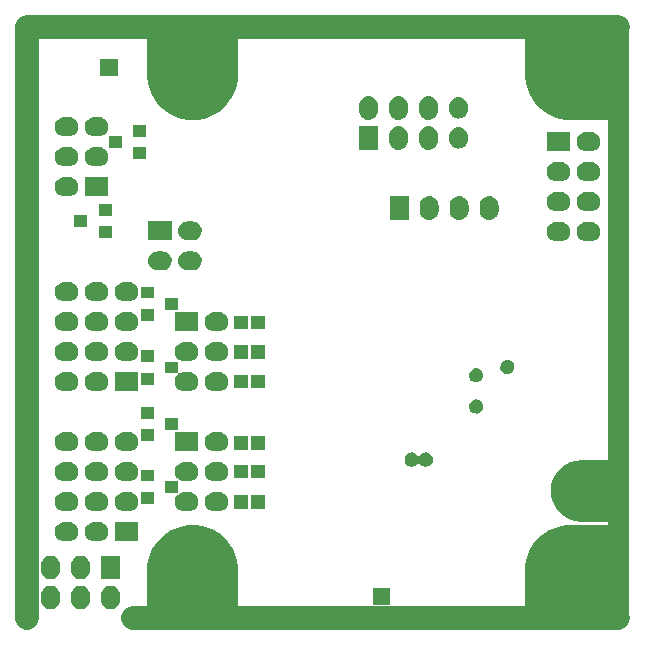
<source format=gbs>
G04 #@! TF.FileFunction,Soldermask,Bot*
%FSLAX46Y46*%
G04 Gerber Fmt 4.6, Leading zero omitted, Abs format (unit mm)*
G04 Created by KiCad (PCBNEW 4.0.0-rc1-stable) date 2016-02-04 20:23:29*
%MOMM*%
G01*
G04 APERTURE LIST*
%ADD10C,0.100000*%
%ADD11C,1.700000*%
%ADD12C,2.000000*%
%ADD13C,1.800000*%
G04 APERTURE END LIST*
D10*
D11*
X97000000Y-87500000D02*
X100000000Y-87500000D01*
X97000000Y-91000000D02*
X100000000Y-91000000D01*
X96000000Y-93000000D02*
X100000000Y-93000000D01*
X93000000Y-96000000D02*
X93000000Y-100000000D01*
X67000000Y-96000000D02*
X67000000Y-100000000D01*
X61000000Y-96000000D02*
X61000000Y-100000000D01*
X67000000Y-50000000D02*
X67000000Y-54000000D01*
X61000000Y-54000000D02*
X61000000Y-50000000D01*
X99000000Y-52000000D02*
X99000000Y-51000000D01*
X93000000Y-54000000D02*
X93000000Y-50000000D01*
X100000000Y-57000000D02*
X96000000Y-57000000D01*
D12*
X99000000Y-99000000D02*
X99000000Y-98000000D01*
X50000000Y-50000000D02*
X50000000Y-100000000D01*
X100000000Y-50000000D02*
X50000000Y-50000000D01*
D13*
X100000000Y-100000000D02*
X100000000Y-50000000D01*
D12*
X59000000Y-100000000D02*
X100000000Y-100000000D01*
D10*
G36*
X64404381Y-92152562D02*
X65143983Y-92304380D01*
X65840015Y-92596964D01*
X66465958Y-93019169D01*
X66997977Y-93554914D01*
X67415798Y-94183786D01*
X67703515Y-94881840D01*
X67850065Y-95621970D01*
X67850065Y-95621977D01*
X67850166Y-95622488D01*
X67838124Y-96484868D01*
X67838008Y-96485378D01*
X67838008Y-96485386D01*
X67670851Y-97221129D01*
X67363755Y-97910879D01*
X66928535Y-98527844D01*
X66381769Y-99048521D01*
X65744276Y-99453086D01*
X65040355Y-99726119D01*
X64296797Y-99857229D01*
X63541934Y-99841417D01*
X62804528Y-99679287D01*
X62112653Y-99377015D01*
X61492660Y-98946109D01*
X60968182Y-98402995D01*
X60559174Y-97768340D01*
X60281234Y-97066342D01*
X60144937Y-96323720D01*
X60155478Y-95568766D01*
X60312457Y-94830243D01*
X60609893Y-94136272D01*
X61036457Y-93513291D01*
X61575901Y-92985028D01*
X62207675Y-92571607D01*
X62907725Y-92288768D01*
X63649380Y-92147290D01*
X64404381Y-92152562D01*
X64404381Y-92152562D01*
G37*
G36*
X96404381Y-92152562D02*
X97143983Y-92304380D01*
X97840015Y-92596964D01*
X98465958Y-93019169D01*
X98997977Y-93554914D01*
X99415798Y-94183786D01*
X99703515Y-94881840D01*
X99850065Y-95621970D01*
X99850065Y-95621977D01*
X99850166Y-95622488D01*
X99838124Y-96484868D01*
X99838008Y-96485378D01*
X99838008Y-96485386D01*
X99670851Y-97221129D01*
X99363755Y-97910879D01*
X98928535Y-98527844D01*
X98381769Y-99048521D01*
X97744276Y-99453086D01*
X97040355Y-99726119D01*
X96296797Y-99857229D01*
X95541934Y-99841417D01*
X94804528Y-99679287D01*
X94112653Y-99377015D01*
X93492660Y-98946109D01*
X92968182Y-98402995D01*
X92559174Y-97768340D01*
X92281234Y-97066342D01*
X92144937Y-96323720D01*
X92155478Y-95568766D01*
X92312457Y-94830243D01*
X92609893Y-94136272D01*
X93036457Y-93513291D01*
X93575901Y-92985028D01*
X94207675Y-92571607D01*
X94907725Y-92288768D01*
X95649380Y-92147290D01*
X96404381Y-92152562D01*
X96404381Y-92152562D01*
G37*
G36*
X54660789Y-97281491D02*
X54660800Y-97281495D01*
X54660862Y-97281501D01*
X54810012Y-97327670D01*
X54947354Y-97401931D01*
X55067657Y-97501454D01*
X55166337Y-97622448D01*
X55239637Y-97760305D01*
X55284764Y-97909774D01*
X55300000Y-98065161D01*
X55300000Y-98474966D01*
X55299944Y-98482959D01*
X55299943Y-98482966D01*
X55299922Y-98486009D01*
X55282518Y-98641168D01*
X55235308Y-98789993D01*
X55160091Y-98926813D01*
X55059731Y-99046417D01*
X54938051Y-99144250D01*
X54799685Y-99216586D01*
X54649905Y-99260669D01*
X54649848Y-99260674D01*
X54649835Y-99260678D01*
X54494418Y-99274822D01*
X54339211Y-99258509D01*
X54339200Y-99258505D01*
X54339138Y-99258499D01*
X54189988Y-99212330D01*
X54052646Y-99138069D01*
X53932343Y-99038546D01*
X53833663Y-98917552D01*
X53760363Y-98779695D01*
X53715236Y-98630226D01*
X53700000Y-98474839D01*
X53700000Y-98065034D01*
X53700056Y-98057041D01*
X53700057Y-98057034D01*
X53700078Y-98053991D01*
X53717482Y-97898832D01*
X53764692Y-97750007D01*
X53839909Y-97613187D01*
X53940269Y-97493583D01*
X54061949Y-97395750D01*
X54200315Y-97323414D01*
X54350095Y-97279331D01*
X54350152Y-97279326D01*
X54350165Y-97279322D01*
X54505582Y-97265178D01*
X54660789Y-97281491D01*
X54660789Y-97281491D01*
G37*
G36*
X57200789Y-97281491D02*
X57200800Y-97281495D01*
X57200862Y-97281501D01*
X57350012Y-97327670D01*
X57487354Y-97401931D01*
X57607657Y-97501454D01*
X57706337Y-97622448D01*
X57779637Y-97760305D01*
X57824764Y-97909774D01*
X57840000Y-98065161D01*
X57840000Y-98474966D01*
X57839944Y-98482959D01*
X57839943Y-98482966D01*
X57839922Y-98486009D01*
X57822518Y-98641168D01*
X57775308Y-98789993D01*
X57700091Y-98926813D01*
X57599731Y-99046417D01*
X57478051Y-99144250D01*
X57339685Y-99216586D01*
X57189905Y-99260669D01*
X57189848Y-99260674D01*
X57189835Y-99260678D01*
X57034418Y-99274822D01*
X56879211Y-99258509D01*
X56879200Y-99258505D01*
X56879138Y-99258499D01*
X56729988Y-99212330D01*
X56592646Y-99138069D01*
X56472343Y-99038546D01*
X56373663Y-98917552D01*
X56300363Y-98779695D01*
X56255236Y-98630226D01*
X56240000Y-98474839D01*
X56240000Y-98065034D01*
X56240056Y-98057041D01*
X56240057Y-98057034D01*
X56240078Y-98053991D01*
X56257482Y-97898832D01*
X56304692Y-97750007D01*
X56379909Y-97613187D01*
X56480269Y-97493583D01*
X56601949Y-97395750D01*
X56740315Y-97323414D01*
X56890095Y-97279331D01*
X56890152Y-97279326D01*
X56890165Y-97279322D01*
X57045582Y-97265178D01*
X57200789Y-97281491D01*
X57200789Y-97281491D01*
G37*
G36*
X52120789Y-97281491D02*
X52120800Y-97281495D01*
X52120862Y-97281501D01*
X52270012Y-97327670D01*
X52407354Y-97401931D01*
X52527657Y-97501454D01*
X52626337Y-97622448D01*
X52699637Y-97760305D01*
X52744764Y-97909774D01*
X52760000Y-98065161D01*
X52760000Y-98474966D01*
X52759944Y-98482959D01*
X52759943Y-98482966D01*
X52759922Y-98486009D01*
X52742518Y-98641168D01*
X52695308Y-98789993D01*
X52620091Y-98926813D01*
X52519731Y-99046417D01*
X52398051Y-99144250D01*
X52259685Y-99216586D01*
X52109905Y-99260669D01*
X52109848Y-99260674D01*
X52109835Y-99260678D01*
X51954418Y-99274822D01*
X51799211Y-99258509D01*
X51799200Y-99258505D01*
X51799138Y-99258499D01*
X51649988Y-99212330D01*
X51512646Y-99138069D01*
X51392343Y-99038546D01*
X51293663Y-98917552D01*
X51220363Y-98779695D01*
X51175236Y-98630226D01*
X51160000Y-98474839D01*
X51160000Y-98065034D01*
X51160056Y-98057041D01*
X51160057Y-98057034D01*
X51160078Y-98053991D01*
X51177482Y-97898832D01*
X51224692Y-97750007D01*
X51299909Y-97613187D01*
X51400269Y-97493583D01*
X51521949Y-97395750D01*
X51660315Y-97323414D01*
X51810095Y-97279331D01*
X51810152Y-97279326D01*
X51810165Y-97279322D01*
X51965582Y-97265178D01*
X52120789Y-97281491D01*
X52120789Y-97281491D01*
G37*
G36*
X80750000Y-98950000D02*
X79250000Y-98950000D01*
X79250000Y-97450000D01*
X80750000Y-97450000D01*
X80750000Y-98950000D01*
X80750000Y-98950000D01*
G37*
G36*
X52120789Y-94741491D02*
X52120800Y-94741495D01*
X52120862Y-94741501D01*
X52270012Y-94787670D01*
X52407354Y-94861931D01*
X52527657Y-94961454D01*
X52626337Y-95082448D01*
X52699637Y-95220305D01*
X52744764Y-95369774D01*
X52760000Y-95525161D01*
X52760000Y-95934966D01*
X52759944Y-95942959D01*
X52759943Y-95942966D01*
X52759922Y-95946009D01*
X52742518Y-96101168D01*
X52695308Y-96249993D01*
X52620091Y-96386813D01*
X52519731Y-96506417D01*
X52398051Y-96604250D01*
X52259685Y-96676586D01*
X52109905Y-96720669D01*
X52109848Y-96720674D01*
X52109835Y-96720678D01*
X51954418Y-96734822D01*
X51799211Y-96718509D01*
X51799200Y-96718505D01*
X51799138Y-96718499D01*
X51649988Y-96672330D01*
X51512646Y-96598069D01*
X51392343Y-96498546D01*
X51293663Y-96377552D01*
X51220363Y-96239695D01*
X51175236Y-96090226D01*
X51160000Y-95934839D01*
X51160000Y-95525034D01*
X51160056Y-95517041D01*
X51160057Y-95517034D01*
X51160078Y-95513991D01*
X51177482Y-95358832D01*
X51224692Y-95210007D01*
X51299909Y-95073187D01*
X51400269Y-94953583D01*
X51521949Y-94855750D01*
X51660315Y-94783414D01*
X51810095Y-94739331D01*
X51810152Y-94739326D01*
X51810165Y-94739322D01*
X51965582Y-94725178D01*
X52120789Y-94741491D01*
X52120789Y-94741491D01*
G37*
G36*
X54660789Y-94741491D02*
X54660800Y-94741495D01*
X54660862Y-94741501D01*
X54810012Y-94787670D01*
X54947354Y-94861931D01*
X55067657Y-94961454D01*
X55166337Y-95082448D01*
X55239637Y-95220305D01*
X55284764Y-95369774D01*
X55300000Y-95525161D01*
X55300000Y-95934966D01*
X55299944Y-95942959D01*
X55299943Y-95942966D01*
X55299922Y-95946009D01*
X55282518Y-96101168D01*
X55235308Y-96249993D01*
X55160091Y-96386813D01*
X55059731Y-96506417D01*
X54938051Y-96604250D01*
X54799685Y-96676586D01*
X54649905Y-96720669D01*
X54649848Y-96720674D01*
X54649835Y-96720678D01*
X54494418Y-96734822D01*
X54339211Y-96718509D01*
X54339200Y-96718505D01*
X54339138Y-96718499D01*
X54189988Y-96672330D01*
X54052646Y-96598069D01*
X53932343Y-96498546D01*
X53833663Y-96377552D01*
X53760363Y-96239695D01*
X53715236Y-96090226D01*
X53700000Y-95934839D01*
X53700000Y-95525034D01*
X53700056Y-95517041D01*
X53700057Y-95517034D01*
X53700078Y-95513991D01*
X53717482Y-95358832D01*
X53764692Y-95210007D01*
X53839909Y-95073187D01*
X53940269Y-94953583D01*
X54061949Y-94855750D01*
X54200315Y-94783414D01*
X54350095Y-94739331D01*
X54350152Y-94739326D01*
X54350165Y-94739322D01*
X54505582Y-94725178D01*
X54660789Y-94741491D01*
X54660789Y-94741491D01*
G37*
G36*
X57840000Y-96730000D02*
X56240000Y-96730000D01*
X56240000Y-94730000D01*
X57840000Y-94730000D01*
X57840000Y-96730000D01*
X57840000Y-96730000D01*
G37*
G36*
X59420000Y-93510000D02*
X57420000Y-93510000D01*
X57420000Y-91910000D01*
X59420000Y-91910000D01*
X59420000Y-93510000D01*
X59420000Y-93510000D01*
G37*
G36*
X56092959Y-91910056D02*
X56092966Y-91910057D01*
X56096009Y-91910078D01*
X56251168Y-91927482D01*
X56399993Y-91974692D01*
X56536813Y-92049909D01*
X56656417Y-92150269D01*
X56754250Y-92271949D01*
X56826586Y-92410315D01*
X56870669Y-92560095D01*
X56870674Y-92560152D01*
X56870678Y-92560165D01*
X56884822Y-92715582D01*
X56868509Y-92870789D01*
X56868505Y-92870800D01*
X56868499Y-92870862D01*
X56822330Y-93020012D01*
X56748069Y-93157354D01*
X56648546Y-93277657D01*
X56527552Y-93376337D01*
X56389695Y-93449637D01*
X56240226Y-93494764D01*
X56084839Y-93510000D01*
X55675034Y-93510000D01*
X55667041Y-93509944D01*
X55667034Y-93509943D01*
X55663991Y-93509922D01*
X55508832Y-93492518D01*
X55360007Y-93445308D01*
X55223187Y-93370091D01*
X55103583Y-93269731D01*
X55005750Y-93148051D01*
X54933414Y-93009685D01*
X54889331Y-92859905D01*
X54889326Y-92859848D01*
X54889322Y-92859835D01*
X54875178Y-92704418D01*
X54891491Y-92549211D01*
X54891495Y-92549200D01*
X54891501Y-92549138D01*
X54937670Y-92399988D01*
X55011931Y-92262646D01*
X55111454Y-92142343D01*
X55232448Y-92043663D01*
X55370305Y-91970363D01*
X55519774Y-91925236D01*
X55675161Y-91910000D01*
X56084966Y-91910000D01*
X56092959Y-91910056D01*
X56092959Y-91910056D01*
G37*
G36*
X53552959Y-91910056D02*
X53552966Y-91910057D01*
X53556009Y-91910078D01*
X53711168Y-91927482D01*
X53859993Y-91974692D01*
X53996813Y-92049909D01*
X54116417Y-92150269D01*
X54214250Y-92271949D01*
X54286586Y-92410315D01*
X54330669Y-92560095D01*
X54330674Y-92560152D01*
X54330678Y-92560165D01*
X54344822Y-92715582D01*
X54328509Y-92870789D01*
X54328505Y-92870800D01*
X54328499Y-92870862D01*
X54282330Y-93020012D01*
X54208069Y-93157354D01*
X54108546Y-93277657D01*
X53987552Y-93376337D01*
X53849695Y-93449637D01*
X53700226Y-93494764D01*
X53544839Y-93510000D01*
X53135034Y-93510000D01*
X53127041Y-93509944D01*
X53127034Y-93509943D01*
X53123991Y-93509922D01*
X52968832Y-93492518D01*
X52820007Y-93445308D01*
X52683187Y-93370091D01*
X52563583Y-93269731D01*
X52465750Y-93148051D01*
X52393414Y-93009685D01*
X52349331Y-92859905D01*
X52349326Y-92859848D01*
X52349322Y-92859835D01*
X52335178Y-92704418D01*
X52351491Y-92549211D01*
X52351495Y-92549200D01*
X52351501Y-92549138D01*
X52397670Y-92399988D01*
X52471931Y-92262646D01*
X52571454Y-92142343D01*
X52692448Y-92043663D01*
X52830305Y-91970363D01*
X52979774Y-91925236D01*
X53135161Y-91910000D01*
X53544966Y-91910000D01*
X53552959Y-91910056D01*
X53552959Y-91910056D01*
G37*
G36*
X96995832Y-86650231D02*
X96995839Y-86650232D01*
X96998882Y-86650253D01*
X97503150Y-86706816D01*
X97986829Y-86860248D01*
X98431494Y-87104705D01*
X98820209Y-87430875D01*
X99138167Y-87826336D01*
X99373258Y-88276023D01*
X99516527Y-88762809D01*
X99516532Y-88762863D01*
X99516537Y-88762880D01*
X99562520Y-89268148D01*
X99509487Y-89772729D01*
X99509482Y-89772745D01*
X99509476Y-89772803D01*
X99359424Y-90257541D01*
X99118078Y-90703902D01*
X98794629Y-91094884D01*
X98401398Y-91415595D01*
X97953363Y-91653820D01*
X97467589Y-91800483D01*
X96962580Y-91850000D01*
X96937295Y-91850000D01*
X96904168Y-91849769D01*
X96904161Y-91849768D01*
X96901118Y-91849747D01*
X96396850Y-91793184D01*
X95913171Y-91639752D01*
X95468506Y-91395295D01*
X95079791Y-91069125D01*
X94761833Y-90673664D01*
X94526742Y-90223977D01*
X94383473Y-89737191D01*
X94383468Y-89737137D01*
X94383463Y-89737120D01*
X94337480Y-89231852D01*
X94390513Y-88727271D01*
X94390518Y-88727255D01*
X94390524Y-88727197D01*
X94540576Y-88242459D01*
X94781922Y-87796098D01*
X95105371Y-87405116D01*
X95498602Y-87084405D01*
X95946637Y-86846180D01*
X96432411Y-86699517D01*
X96937420Y-86650000D01*
X96962705Y-86650000D01*
X96995832Y-86650231D01*
X96995832Y-86650231D01*
G37*
G36*
X63712959Y-89370056D02*
X63712966Y-89370057D01*
X63716009Y-89370078D01*
X63871168Y-89387482D01*
X64019993Y-89434692D01*
X64156813Y-89509909D01*
X64276417Y-89610269D01*
X64374250Y-89731949D01*
X64446586Y-89870315D01*
X64490669Y-90020095D01*
X64490674Y-90020152D01*
X64490678Y-90020165D01*
X64504822Y-90175582D01*
X64488509Y-90330789D01*
X64488505Y-90330800D01*
X64488499Y-90330862D01*
X64442330Y-90480012D01*
X64368069Y-90617354D01*
X64268546Y-90737657D01*
X64147552Y-90836337D01*
X64009695Y-90909637D01*
X63860226Y-90954764D01*
X63704839Y-90970000D01*
X63295034Y-90970000D01*
X63287041Y-90969944D01*
X63287034Y-90969943D01*
X63283991Y-90969922D01*
X63128832Y-90952518D01*
X62980007Y-90905308D01*
X62843187Y-90830091D01*
X62723583Y-90729731D01*
X62625750Y-90608051D01*
X62553414Y-90469685D01*
X62509331Y-90319905D01*
X62509326Y-90319848D01*
X62509322Y-90319835D01*
X62495178Y-90164418D01*
X62511491Y-90009211D01*
X62511495Y-90009200D01*
X62511501Y-90009138D01*
X62557670Y-89859988D01*
X62631931Y-89722646D01*
X62731454Y-89602343D01*
X62817155Y-89532447D01*
X62830849Y-89517614D01*
X62840277Y-89498732D01*
X62844072Y-89477972D01*
X62843770Y-89475004D01*
X62863114Y-89480994D01*
X62884215Y-89481374D01*
X62909223Y-89473475D01*
X62990305Y-89430363D01*
X63139774Y-89385236D01*
X63295161Y-89370000D01*
X63704966Y-89370000D01*
X63712959Y-89370056D01*
X63712959Y-89370056D01*
G37*
G36*
X66252959Y-89370056D02*
X66252966Y-89370057D01*
X66256009Y-89370078D01*
X66411168Y-89387482D01*
X66559993Y-89434692D01*
X66696813Y-89509909D01*
X66816417Y-89610269D01*
X66914250Y-89731949D01*
X66986586Y-89870315D01*
X67030669Y-90020095D01*
X67030674Y-90020152D01*
X67030678Y-90020165D01*
X67044822Y-90175582D01*
X67028509Y-90330789D01*
X67028505Y-90330800D01*
X67028499Y-90330862D01*
X66982330Y-90480012D01*
X66908069Y-90617354D01*
X66808546Y-90737657D01*
X66687552Y-90836337D01*
X66549695Y-90909637D01*
X66400226Y-90954764D01*
X66244839Y-90970000D01*
X65835034Y-90970000D01*
X65827041Y-90969944D01*
X65827034Y-90969943D01*
X65823991Y-90969922D01*
X65668832Y-90952518D01*
X65520007Y-90905308D01*
X65383187Y-90830091D01*
X65263583Y-90729731D01*
X65165750Y-90608051D01*
X65093414Y-90469685D01*
X65049331Y-90319905D01*
X65049326Y-90319848D01*
X65049322Y-90319835D01*
X65035178Y-90164418D01*
X65051491Y-90009211D01*
X65051495Y-90009200D01*
X65051501Y-90009138D01*
X65097670Y-89859988D01*
X65171931Y-89722646D01*
X65271454Y-89602343D01*
X65392448Y-89503663D01*
X65530305Y-89430363D01*
X65679774Y-89385236D01*
X65835161Y-89370000D01*
X66244966Y-89370000D01*
X66252959Y-89370056D01*
X66252959Y-89370056D01*
G37*
G36*
X58632959Y-89370056D02*
X58632966Y-89370057D01*
X58636009Y-89370078D01*
X58791168Y-89387482D01*
X58939993Y-89434692D01*
X59076813Y-89509909D01*
X59196417Y-89610269D01*
X59294250Y-89731949D01*
X59366586Y-89870315D01*
X59410669Y-90020095D01*
X59410674Y-90020152D01*
X59410678Y-90020165D01*
X59424822Y-90175582D01*
X59408509Y-90330789D01*
X59408505Y-90330800D01*
X59408499Y-90330862D01*
X59362330Y-90480012D01*
X59288069Y-90617354D01*
X59188546Y-90737657D01*
X59067552Y-90836337D01*
X58929695Y-90909637D01*
X58780226Y-90954764D01*
X58624839Y-90970000D01*
X58215034Y-90970000D01*
X58207041Y-90969944D01*
X58207034Y-90969943D01*
X58203991Y-90969922D01*
X58048832Y-90952518D01*
X57900007Y-90905308D01*
X57763187Y-90830091D01*
X57643583Y-90729731D01*
X57545750Y-90608051D01*
X57473414Y-90469685D01*
X57429331Y-90319905D01*
X57429326Y-90319848D01*
X57429322Y-90319835D01*
X57415178Y-90164418D01*
X57431491Y-90009211D01*
X57431495Y-90009200D01*
X57431501Y-90009138D01*
X57477670Y-89859988D01*
X57551931Y-89722646D01*
X57651454Y-89602343D01*
X57772448Y-89503663D01*
X57910305Y-89430363D01*
X58059774Y-89385236D01*
X58215161Y-89370000D01*
X58624966Y-89370000D01*
X58632959Y-89370056D01*
X58632959Y-89370056D01*
G37*
G36*
X56092959Y-89370056D02*
X56092966Y-89370057D01*
X56096009Y-89370078D01*
X56251168Y-89387482D01*
X56399993Y-89434692D01*
X56536813Y-89509909D01*
X56656417Y-89610269D01*
X56754250Y-89731949D01*
X56826586Y-89870315D01*
X56870669Y-90020095D01*
X56870674Y-90020152D01*
X56870678Y-90020165D01*
X56884822Y-90175582D01*
X56868509Y-90330789D01*
X56868505Y-90330800D01*
X56868499Y-90330862D01*
X56822330Y-90480012D01*
X56748069Y-90617354D01*
X56648546Y-90737657D01*
X56527552Y-90836337D01*
X56389695Y-90909637D01*
X56240226Y-90954764D01*
X56084839Y-90970000D01*
X55675034Y-90970000D01*
X55667041Y-90969944D01*
X55667034Y-90969943D01*
X55663991Y-90969922D01*
X55508832Y-90952518D01*
X55360007Y-90905308D01*
X55223187Y-90830091D01*
X55103583Y-90729731D01*
X55005750Y-90608051D01*
X54933414Y-90469685D01*
X54889331Y-90319905D01*
X54889326Y-90319848D01*
X54889322Y-90319835D01*
X54875178Y-90164418D01*
X54891491Y-90009211D01*
X54891495Y-90009200D01*
X54891501Y-90009138D01*
X54937670Y-89859988D01*
X55011931Y-89722646D01*
X55111454Y-89602343D01*
X55232448Y-89503663D01*
X55370305Y-89430363D01*
X55519774Y-89385236D01*
X55675161Y-89370000D01*
X56084966Y-89370000D01*
X56092959Y-89370056D01*
X56092959Y-89370056D01*
G37*
G36*
X53552959Y-89370056D02*
X53552966Y-89370057D01*
X53556009Y-89370078D01*
X53711168Y-89387482D01*
X53859993Y-89434692D01*
X53996813Y-89509909D01*
X54116417Y-89610269D01*
X54214250Y-89731949D01*
X54286586Y-89870315D01*
X54330669Y-90020095D01*
X54330674Y-90020152D01*
X54330678Y-90020165D01*
X54344822Y-90175582D01*
X54328509Y-90330789D01*
X54328505Y-90330800D01*
X54328499Y-90330862D01*
X54282330Y-90480012D01*
X54208069Y-90617354D01*
X54108546Y-90737657D01*
X53987552Y-90836337D01*
X53849695Y-90909637D01*
X53700226Y-90954764D01*
X53544839Y-90970000D01*
X53135034Y-90970000D01*
X53127041Y-90969944D01*
X53127034Y-90969943D01*
X53123991Y-90969922D01*
X52968832Y-90952518D01*
X52820007Y-90905308D01*
X52683187Y-90830091D01*
X52563583Y-90729731D01*
X52465750Y-90608051D01*
X52393414Y-90469685D01*
X52349331Y-90319905D01*
X52349326Y-90319848D01*
X52349322Y-90319835D01*
X52335178Y-90164418D01*
X52351491Y-90009211D01*
X52351495Y-90009200D01*
X52351501Y-90009138D01*
X52397670Y-89859988D01*
X52471931Y-89722646D01*
X52571454Y-89602343D01*
X52692448Y-89503663D01*
X52830305Y-89430363D01*
X52979774Y-89385236D01*
X53135161Y-89370000D01*
X53544966Y-89370000D01*
X53552959Y-89370056D01*
X53552959Y-89370056D01*
G37*
G36*
X70125000Y-90775000D02*
X68925000Y-90775000D01*
X68925000Y-89625000D01*
X70125000Y-89625000D01*
X70125000Y-90775000D01*
X70125000Y-90775000D01*
G37*
G36*
X68675000Y-90775000D02*
X67475000Y-90775000D01*
X67475000Y-89625000D01*
X68675000Y-89625000D01*
X68675000Y-90775000D01*
X68675000Y-90775000D01*
G37*
G36*
X60700000Y-90350000D02*
X59600000Y-90350000D01*
X59600000Y-89350000D01*
X60700000Y-89350000D01*
X60700000Y-90350000D01*
X60700000Y-90350000D01*
G37*
G36*
X62800000Y-88392956D02*
X62800000Y-89406942D01*
X62800032Y-89407168D01*
X62783942Y-89401477D01*
X62769131Y-89400000D01*
X61700000Y-89400000D01*
X61700000Y-88400000D01*
X62768307Y-88400000D01*
X62789202Y-88397031D01*
X62800167Y-88392088D01*
X62800000Y-88392956D01*
X62800000Y-88392956D01*
G37*
G36*
X60700000Y-88450000D02*
X59600000Y-88450000D01*
X59600000Y-87450000D01*
X60700000Y-87450000D01*
X60700000Y-88450000D01*
X60700000Y-88450000D01*
G37*
G36*
X58632959Y-86830056D02*
X58632966Y-86830057D01*
X58636009Y-86830078D01*
X58791168Y-86847482D01*
X58939993Y-86894692D01*
X59076813Y-86969909D01*
X59196417Y-87070269D01*
X59294250Y-87191949D01*
X59366586Y-87330315D01*
X59410669Y-87480095D01*
X59410674Y-87480152D01*
X59410678Y-87480165D01*
X59424822Y-87635582D01*
X59408509Y-87790789D01*
X59408505Y-87790800D01*
X59408499Y-87790862D01*
X59362330Y-87940012D01*
X59288069Y-88077354D01*
X59188546Y-88197657D01*
X59067552Y-88296337D01*
X58929695Y-88369637D01*
X58780226Y-88414764D01*
X58624839Y-88430000D01*
X58215034Y-88430000D01*
X58207041Y-88429944D01*
X58207034Y-88429943D01*
X58203991Y-88429922D01*
X58048832Y-88412518D01*
X57900007Y-88365308D01*
X57763187Y-88290091D01*
X57643583Y-88189731D01*
X57545750Y-88068051D01*
X57473414Y-87929685D01*
X57429331Y-87779905D01*
X57429326Y-87779848D01*
X57429322Y-87779835D01*
X57415178Y-87624418D01*
X57431491Y-87469211D01*
X57431495Y-87469200D01*
X57431501Y-87469138D01*
X57477670Y-87319988D01*
X57551931Y-87182646D01*
X57651454Y-87062343D01*
X57772448Y-86963663D01*
X57910305Y-86890363D01*
X58059774Y-86845236D01*
X58215161Y-86830000D01*
X58624966Y-86830000D01*
X58632959Y-86830056D01*
X58632959Y-86830056D01*
G37*
G36*
X56092959Y-86830056D02*
X56092966Y-86830057D01*
X56096009Y-86830078D01*
X56251168Y-86847482D01*
X56399993Y-86894692D01*
X56536813Y-86969909D01*
X56656417Y-87070269D01*
X56754250Y-87191949D01*
X56826586Y-87330315D01*
X56870669Y-87480095D01*
X56870674Y-87480152D01*
X56870678Y-87480165D01*
X56884822Y-87635582D01*
X56868509Y-87790789D01*
X56868505Y-87790800D01*
X56868499Y-87790862D01*
X56822330Y-87940012D01*
X56748069Y-88077354D01*
X56648546Y-88197657D01*
X56527552Y-88296337D01*
X56389695Y-88369637D01*
X56240226Y-88414764D01*
X56084839Y-88430000D01*
X55675034Y-88430000D01*
X55667041Y-88429944D01*
X55667034Y-88429943D01*
X55663991Y-88429922D01*
X55508832Y-88412518D01*
X55360007Y-88365308D01*
X55223187Y-88290091D01*
X55103583Y-88189731D01*
X55005750Y-88068051D01*
X54933414Y-87929685D01*
X54889331Y-87779905D01*
X54889326Y-87779848D01*
X54889322Y-87779835D01*
X54875178Y-87624418D01*
X54891491Y-87469211D01*
X54891495Y-87469200D01*
X54891501Y-87469138D01*
X54937670Y-87319988D01*
X55011931Y-87182646D01*
X55111454Y-87062343D01*
X55232448Y-86963663D01*
X55370305Y-86890363D01*
X55519774Y-86845236D01*
X55675161Y-86830000D01*
X56084966Y-86830000D01*
X56092959Y-86830056D01*
X56092959Y-86830056D01*
G37*
G36*
X53552959Y-86830056D02*
X53552966Y-86830057D01*
X53556009Y-86830078D01*
X53711168Y-86847482D01*
X53859993Y-86894692D01*
X53996813Y-86969909D01*
X54116417Y-87070269D01*
X54214250Y-87191949D01*
X54286586Y-87330315D01*
X54330669Y-87480095D01*
X54330674Y-87480152D01*
X54330678Y-87480165D01*
X54344822Y-87635582D01*
X54328509Y-87790789D01*
X54328505Y-87790800D01*
X54328499Y-87790862D01*
X54282330Y-87940012D01*
X54208069Y-88077354D01*
X54108546Y-88197657D01*
X53987552Y-88296337D01*
X53849695Y-88369637D01*
X53700226Y-88414764D01*
X53544839Y-88430000D01*
X53135034Y-88430000D01*
X53127041Y-88429944D01*
X53127034Y-88429943D01*
X53123991Y-88429922D01*
X52968832Y-88412518D01*
X52820007Y-88365308D01*
X52683187Y-88290091D01*
X52563583Y-88189731D01*
X52465750Y-88068051D01*
X52393414Y-87929685D01*
X52349331Y-87779905D01*
X52349326Y-87779848D01*
X52349322Y-87779835D01*
X52335178Y-87624418D01*
X52351491Y-87469211D01*
X52351495Y-87469200D01*
X52351501Y-87469138D01*
X52397670Y-87319988D01*
X52471931Y-87182646D01*
X52571454Y-87062343D01*
X52692448Y-86963663D01*
X52830305Y-86890363D01*
X52979774Y-86845236D01*
X53135161Y-86830000D01*
X53544966Y-86830000D01*
X53552959Y-86830056D01*
X53552959Y-86830056D01*
G37*
G36*
X66252959Y-86830056D02*
X66252966Y-86830057D01*
X66256009Y-86830078D01*
X66411168Y-86847482D01*
X66559993Y-86894692D01*
X66696813Y-86969909D01*
X66816417Y-87070269D01*
X66914250Y-87191949D01*
X66986586Y-87330315D01*
X67030669Y-87480095D01*
X67030674Y-87480152D01*
X67030678Y-87480165D01*
X67044822Y-87635582D01*
X67028509Y-87790789D01*
X67028505Y-87790800D01*
X67028499Y-87790862D01*
X66982330Y-87940012D01*
X66908069Y-88077354D01*
X66808546Y-88197657D01*
X66687552Y-88296337D01*
X66549695Y-88369637D01*
X66400226Y-88414764D01*
X66244839Y-88430000D01*
X65835034Y-88430000D01*
X65827041Y-88429944D01*
X65827034Y-88429943D01*
X65823991Y-88429922D01*
X65668832Y-88412518D01*
X65520007Y-88365308D01*
X65383187Y-88290091D01*
X65263583Y-88189731D01*
X65165750Y-88068051D01*
X65093414Y-87929685D01*
X65049331Y-87779905D01*
X65049326Y-87779848D01*
X65049322Y-87779835D01*
X65035178Y-87624418D01*
X65051491Y-87469211D01*
X65051495Y-87469200D01*
X65051501Y-87469138D01*
X65097670Y-87319988D01*
X65171931Y-87182646D01*
X65271454Y-87062343D01*
X65392448Y-86963663D01*
X65530305Y-86890363D01*
X65679774Y-86845236D01*
X65835161Y-86830000D01*
X66244966Y-86830000D01*
X66252959Y-86830056D01*
X66252959Y-86830056D01*
G37*
G36*
X63712959Y-86830056D02*
X63712966Y-86830057D01*
X63716009Y-86830078D01*
X63871168Y-86847482D01*
X64019993Y-86894692D01*
X64156813Y-86969909D01*
X64276417Y-87070269D01*
X64374250Y-87191949D01*
X64446586Y-87330315D01*
X64490669Y-87480095D01*
X64490674Y-87480152D01*
X64490678Y-87480165D01*
X64504822Y-87635582D01*
X64488509Y-87790789D01*
X64488505Y-87790800D01*
X64488499Y-87790862D01*
X64442330Y-87940012D01*
X64368069Y-88077354D01*
X64268546Y-88197657D01*
X64147552Y-88296337D01*
X64009695Y-88369637D01*
X63860226Y-88414764D01*
X63704839Y-88430000D01*
X63295034Y-88430000D01*
X63287041Y-88429944D01*
X63287034Y-88429943D01*
X63283991Y-88429922D01*
X63128832Y-88412518D01*
X62980007Y-88365308D01*
X62909904Y-88326769D01*
X62891391Y-88319769D01*
X62870353Y-88318100D01*
X62849683Y-88322358D01*
X62842553Y-88326120D01*
X62842739Y-88315785D01*
X62837225Y-88295414D01*
X62826254Y-88277385D01*
X62817481Y-88268521D01*
X62723583Y-88189731D01*
X62625750Y-88068051D01*
X62553414Y-87929685D01*
X62509331Y-87779905D01*
X62509326Y-87779848D01*
X62509322Y-87779835D01*
X62495178Y-87624418D01*
X62511491Y-87469211D01*
X62511495Y-87469200D01*
X62511501Y-87469138D01*
X62557670Y-87319988D01*
X62631931Y-87182646D01*
X62731454Y-87062343D01*
X62852448Y-86963663D01*
X62990305Y-86890363D01*
X63139774Y-86845236D01*
X63295161Y-86830000D01*
X63704966Y-86830000D01*
X63712959Y-86830056D01*
X63712959Y-86830056D01*
G37*
G36*
X70125000Y-88175000D02*
X68925000Y-88175000D01*
X68925000Y-87025000D01*
X70125000Y-87025000D01*
X70125000Y-88175000D01*
X70125000Y-88175000D01*
G37*
G36*
X68675000Y-88175000D02*
X67475000Y-88175000D01*
X67475000Y-87025000D01*
X68675000Y-87025000D01*
X68675000Y-88175000D01*
X68675000Y-88175000D01*
G37*
G36*
X83813021Y-86000397D02*
X83928281Y-86024056D01*
X84036757Y-86069654D01*
X84134310Y-86135455D01*
X84217217Y-86218943D01*
X84282335Y-86316954D01*
X84327173Y-86425739D01*
X84349926Y-86540649D01*
X84349926Y-86540661D01*
X84350026Y-86541167D01*
X84348149Y-86675564D01*
X84348035Y-86676065D01*
X84348035Y-86676082D01*
X84322084Y-86790306D01*
X84274224Y-86897801D01*
X84206397Y-86993952D01*
X84121185Y-87075098D01*
X84021837Y-87138147D01*
X83912139Y-87180695D01*
X83796254Y-87201129D01*
X83678609Y-87198665D01*
X83563692Y-87173398D01*
X83455865Y-87126290D01*
X83359246Y-87059139D01*
X83277504Y-86974491D01*
X83212227Y-86873202D01*
X83198413Y-86857247D01*
X83180700Y-86845773D01*
X83160492Y-86839687D01*
X83139389Y-86839473D01*
X83119061Y-86845146D01*
X83101119Y-86856257D01*
X83086982Y-86871927D01*
X83080669Y-86883325D01*
X83074224Y-86897801D01*
X83006397Y-86993952D01*
X82921185Y-87075098D01*
X82821837Y-87138147D01*
X82712139Y-87180695D01*
X82596254Y-87201129D01*
X82478609Y-87198665D01*
X82363692Y-87173398D01*
X82255865Y-87126290D01*
X82159246Y-87059139D01*
X82077504Y-86974491D01*
X82013765Y-86875588D01*
X81970450Y-86766186D01*
X81949209Y-86650451D01*
X81950851Y-86532792D01*
X81975315Y-86417700D01*
X82021669Y-86309548D01*
X82088146Y-86212461D01*
X82172219Y-86130132D01*
X82270677Y-86065702D01*
X82379776Y-86021623D01*
X82495355Y-85999574D01*
X82613021Y-86000397D01*
X82728281Y-86024056D01*
X82836757Y-86069654D01*
X82934310Y-86135455D01*
X83017217Y-86218943D01*
X83086404Y-86323078D01*
X83086453Y-86323045D01*
X83091807Y-86332137D01*
X83107159Y-86346619D01*
X83125938Y-86356250D01*
X83146656Y-86360269D01*
X83167674Y-86358356D01*
X83187326Y-86350664D01*
X83204058Y-86337801D01*
X83219371Y-86314909D01*
X83221668Y-86309550D01*
X83288146Y-86212461D01*
X83372219Y-86130132D01*
X83470677Y-86065702D01*
X83579776Y-86021623D01*
X83695355Y-85999574D01*
X83813021Y-86000397D01*
X83813021Y-86000397D01*
G37*
G36*
X56092959Y-84290056D02*
X56092966Y-84290057D01*
X56096009Y-84290078D01*
X56251168Y-84307482D01*
X56399993Y-84354692D01*
X56536813Y-84429909D01*
X56656417Y-84530269D01*
X56754250Y-84651949D01*
X56826586Y-84790315D01*
X56870669Y-84940095D01*
X56870674Y-84940152D01*
X56870678Y-84940165D01*
X56884822Y-85095582D01*
X56868509Y-85250789D01*
X56868505Y-85250800D01*
X56868499Y-85250862D01*
X56822330Y-85400012D01*
X56748069Y-85537354D01*
X56648546Y-85657657D01*
X56527552Y-85756337D01*
X56389695Y-85829637D01*
X56240226Y-85874764D01*
X56084839Y-85890000D01*
X55675034Y-85890000D01*
X55667041Y-85889944D01*
X55667034Y-85889943D01*
X55663991Y-85889922D01*
X55508832Y-85872518D01*
X55360007Y-85825308D01*
X55223187Y-85750091D01*
X55103583Y-85649731D01*
X55005750Y-85528051D01*
X54933414Y-85389685D01*
X54889331Y-85239905D01*
X54889326Y-85239848D01*
X54889322Y-85239835D01*
X54875178Y-85084418D01*
X54891491Y-84929211D01*
X54891495Y-84929200D01*
X54891501Y-84929138D01*
X54937670Y-84779988D01*
X55011931Y-84642646D01*
X55111454Y-84522343D01*
X55232448Y-84423663D01*
X55370305Y-84350363D01*
X55519774Y-84305236D01*
X55675161Y-84290000D01*
X56084966Y-84290000D01*
X56092959Y-84290056D01*
X56092959Y-84290056D01*
G37*
G36*
X58632959Y-84290056D02*
X58632966Y-84290057D01*
X58636009Y-84290078D01*
X58791168Y-84307482D01*
X58939993Y-84354692D01*
X59076813Y-84429909D01*
X59196417Y-84530269D01*
X59294250Y-84651949D01*
X59366586Y-84790315D01*
X59410669Y-84940095D01*
X59410674Y-84940152D01*
X59410678Y-84940165D01*
X59424822Y-85095582D01*
X59408509Y-85250789D01*
X59408505Y-85250800D01*
X59408499Y-85250862D01*
X59362330Y-85400012D01*
X59288069Y-85537354D01*
X59188546Y-85657657D01*
X59067552Y-85756337D01*
X58929695Y-85829637D01*
X58780226Y-85874764D01*
X58624839Y-85890000D01*
X58215034Y-85890000D01*
X58207041Y-85889944D01*
X58207034Y-85889943D01*
X58203991Y-85889922D01*
X58048832Y-85872518D01*
X57900007Y-85825308D01*
X57763187Y-85750091D01*
X57643583Y-85649731D01*
X57545750Y-85528051D01*
X57473414Y-85389685D01*
X57429331Y-85239905D01*
X57429326Y-85239848D01*
X57429322Y-85239835D01*
X57415178Y-85084418D01*
X57431491Y-84929211D01*
X57431495Y-84929200D01*
X57431501Y-84929138D01*
X57477670Y-84779988D01*
X57551931Y-84642646D01*
X57651454Y-84522343D01*
X57772448Y-84423663D01*
X57910305Y-84350363D01*
X58059774Y-84305236D01*
X58215161Y-84290000D01*
X58624966Y-84290000D01*
X58632959Y-84290056D01*
X58632959Y-84290056D01*
G37*
G36*
X53552959Y-84290056D02*
X53552966Y-84290057D01*
X53556009Y-84290078D01*
X53711168Y-84307482D01*
X53859993Y-84354692D01*
X53996813Y-84429909D01*
X54116417Y-84530269D01*
X54214250Y-84651949D01*
X54286586Y-84790315D01*
X54330669Y-84940095D01*
X54330674Y-84940152D01*
X54330678Y-84940165D01*
X54344822Y-85095582D01*
X54328509Y-85250789D01*
X54328505Y-85250800D01*
X54328499Y-85250862D01*
X54282330Y-85400012D01*
X54208069Y-85537354D01*
X54108546Y-85657657D01*
X53987552Y-85756337D01*
X53849695Y-85829637D01*
X53700226Y-85874764D01*
X53544839Y-85890000D01*
X53135034Y-85890000D01*
X53127041Y-85889944D01*
X53127034Y-85889943D01*
X53123991Y-85889922D01*
X52968832Y-85872518D01*
X52820007Y-85825308D01*
X52683187Y-85750091D01*
X52563583Y-85649731D01*
X52465750Y-85528051D01*
X52393414Y-85389685D01*
X52349331Y-85239905D01*
X52349326Y-85239848D01*
X52349322Y-85239835D01*
X52335178Y-85084418D01*
X52351491Y-84929211D01*
X52351495Y-84929200D01*
X52351501Y-84929138D01*
X52397670Y-84779988D01*
X52471931Y-84642646D01*
X52571454Y-84522343D01*
X52692448Y-84423663D01*
X52830305Y-84350363D01*
X52979774Y-84305236D01*
X53135161Y-84290000D01*
X53544966Y-84290000D01*
X53552959Y-84290056D01*
X53552959Y-84290056D01*
G37*
G36*
X64500000Y-85890000D02*
X62500000Y-85890000D01*
X62500000Y-84290000D01*
X64500000Y-84290000D01*
X64500000Y-85890000D01*
X64500000Y-85890000D01*
G37*
G36*
X66252959Y-84290056D02*
X66252966Y-84290057D01*
X66256009Y-84290078D01*
X66411168Y-84307482D01*
X66559993Y-84354692D01*
X66696813Y-84429909D01*
X66816417Y-84530269D01*
X66914250Y-84651949D01*
X66986586Y-84790315D01*
X67030669Y-84940095D01*
X67030674Y-84940152D01*
X67030678Y-84940165D01*
X67044822Y-85095582D01*
X67028509Y-85250789D01*
X67028505Y-85250800D01*
X67028499Y-85250862D01*
X66982330Y-85400012D01*
X66908069Y-85537354D01*
X66808546Y-85657657D01*
X66687552Y-85756337D01*
X66549695Y-85829637D01*
X66400226Y-85874764D01*
X66244839Y-85890000D01*
X65835034Y-85890000D01*
X65827041Y-85889944D01*
X65827034Y-85889943D01*
X65823991Y-85889922D01*
X65668832Y-85872518D01*
X65520007Y-85825308D01*
X65383187Y-85750091D01*
X65263583Y-85649731D01*
X65165750Y-85528051D01*
X65093414Y-85389685D01*
X65049331Y-85239905D01*
X65049326Y-85239848D01*
X65049322Y-85239835D01*
X65035178Y-85084418D01*
X65051491Y-84929211D01*
X65051495Y-84929200D01*
X65051501Y-84929138D01*
X65097670Y-84779988D01*
X65171931Y-84642646D01*
X65271454Y-84522343D01*
X65392448Y-84423663D01*
X65530305Y-84350363D01*
X65679774Y-84305236D01*
X65835161Y-84290000D01*
X66244966Y-84290000D01*
X66252959Y-84290056D01*
X66252959Y-84290056D01*
G37*
G36*
X70125000Y-85775000D02*
X68925000Y-85775000D01*
X68925000Y-84625000D01*
X70125000Y-84625000D01*
X70125000Y-85775000D01*
X70125000Y-85775000D01*
G37*
G36*
X68675000Y-85775000D02*
X67475000Y-85775000D01*
X67475000Y-84625000D01*
X68675000Y-84625000D01*
X68675000Y-85775000D01*
X68675000Y-85775000D01*
G37*
G36*
X60700000Y-85050000D02*
X59600000Y-85050000D01*
X59600000Y-84050000D01*
X60700000Y-84050000D01*
X60700000Y-85050000D01*
X60700000Y-85050000D01*
G37*
G36*
X62800000Y-84100000D02*
X61700000Y-84100000D01*
X61700000Y-83100000D01*
X62800000Y-83100000D01*
X62800000Y-84100000D01*
X62800000Y-84100000D01*
G37*
G36*
X60700000Y-83150000D02*
X59600000Y-83150000D01*
X59600000Y-82150000D01*
X60700000Y-82150000D01*
X60700000Y-83150000D01*
X60700000Y-83150000D01*
G37*
G36*
X88063021Y-81500397D02*
X88178281Y-81524056D01*
X88286757Y-81569654D01*
X88384310Y-81635455D01*
X88467217Y-81718943D01*
X88532335Y-81816954D01*
X88577173Y-81925739D01*
X88599926Y-82040649D01*
X88599926Y-82040661D01*
X88600026Y-82041167D01*
X88598149Y-82175564D01*
X88598035Y-82176065D01*
X88598035Y-82176082D01*
X88572084Y-82290306D01*
X88524224Y-82397801D01*
X88456397Y-82493952D01*
X88371185Y-82575098D01*
X88271837Y-82638147D01*
X88162139Y-82680695D01*
X88046254Y-82701129D01*
X87928609Y-82698665D01*
X87813692Y-82673398D01*
X87705865Y-82626290D01*
X87609246Y-82559139D01*
X87527504Y-82474491D01*
X87463765Y-82375588D01*
X87420450Y-82266186D01*
X87399209Y-82150451D01*
X87400851Y-82032792D01*
X87425315Y-81917700D01*
X87471669Y-81809548D01*
X87538146Y-81712461D01*
X87622219Y-81630132D01*
X87720677Y-81565702D01*
X87829776Y-81521623D01*
X87945355Y-81499574D01*
X88063021Y-81500397D01*
X88063021Y-81500397D01*
G37*
G36*
X66252959Y-79210056D02*
X66252966Y-79210057D01*
X66256009Y-79210078D01*
X66411168Y-79227482D01*
X66559993Y-79274692D01*
X66696813Y-79349909D01*
X66816417Y-79450269D01*
X66914250Y-79571949D01*
X66986586Y-79710315D01*
X67030669Y-79860095D01*
X67030674Y-79860152D01*
X67030678Y-79860165D01*
X67044822Y-80015582D01*
X67028509Y-80170789D01*
X67028505Y-80170800D01*
X67028499Y-80170862D01*
X66982330Y-80320012D01*
X66908069Y-80457354D01*
X66808546Y-80577657D01*
X66687552Y-80676337D01*
X66549695Y-80749637D01*
X66400226Y-80794764D01*
X66244839Y-80810000D01*
X65835034Y-80810000D01*
X65827041Y-80809944D01*
X65827034Y-80809943D01*
X65823991Y-80809922D01*
X65668832Y-80792518D01*
X65520007Y-80745308D01*
X65383187Y-80670091D01*
X65263583Y-80569731D01*
X65165750Y-80448051D01*
X65093414Y-80309685D01*
X65049331Y-80159905D01*
X65049326Y-80159848D01*
X65049322Y-80159835D01*
X65035178Y-80004418D01*
X65051491Y-79849211D01*
X65051495Y-79849200D01*
X65051501Y-79849138D01*
X65097670Y-79699988D01*
X65171931Y-79562646D01*
X65271454Y-79442343D01*
X65392448Y-79343663D01*
X65530305Y-79270363D01*
X65679774Y-79225236D01*
X65835161Y-79210000D01*
X66244966Y-79210000D01*
X66252959Y-79210056D01*
X66252959Y-79210056D01*
G37*
G36*
X62800000Y-79246942D02*
X62802969Y-79267837D01*
X62811642Y-79287077D01*
X62825332Y-79303139D01*
X62842954Y-79314751D01*
X62863114Y-79320994D01*
X62884215Y-79321374D01*
X62909223Y-79313475D01*
X62990305Y-79270363D01*
X63139774Y-79225236D01*
X63295161Y-79210000D01*
X63704966Y-79210000D01*
X63712959Y-79210056D01*
X63712966Y-79210057D01*
X63716009Y-79210078D01*
X63871168Y-79227482D01*
X64019993Y-79274692D01*
X64156813Y-79349909D01*
X64276417Y-79450269D01*
X64374250Y-79571949D01*
X64446586Y-79710315D01*
X64490669Y-79860095D01*
X64490674Y-79860152D01*
X64490678Y-79860165D01*
X64504822Y-80015582D01*
X64488509Y-80170789D01*
X64488505Y-80170800D01*
X64488499Y-80170862D01*
X64442330Y-80320012D01*
X64368069Y-80457354D01*
X64268546Y-80577657D01*
X64147552Y-80676337D01*
X64009695Y-80749637D01*
X63860226Y-80794764D01*
X63704839Y-80810000D01*
X63295034Y-80810000D01*
X63287041Y-80809944D01*
X63287034Y-80809943D01*
X63283991Y-80809922D01*
X63128832Y-80792518D01*
X62980007Y-80745308D01*
X62843187Y-80670091D01*
X62723583Y-80569731D01*
X62625750Y-80448051D01*
X62553414Y-80309685D01*
X62509331Y-80159905D01*
X62509326Y-80159848D01*
X62509322Y-80159835D01*
X62495178Y-80004418D01*
X62511491Y-79849211D01*
X62511495Y-79849200D01*
X62511501Y-79849138D01*
X62557670Y-79699988D01*
X62631931Y-79562646D01*
X62731454Y-79442343D01*
X62743594Y-79432442D01*
X62757282Y-79417614D01*
X62766710Y-79398732D01*
X62770505Y-79377972D01*
X62768366Y-79356976D01*
X62760462Y-79337407D01*
X62747420Y-79320816D01*
X62730272Y-79308514D01*
X62710375Y-79301477D01*
X62695564Y-79300000D01*
X61700000Y-79300000D01*
X61700000Y-78300000D01*
X62800000Y-78300000D01*
X62800000Y-79246942D01*
X62800000Y-79246942D01*
G37*
G36*
X59420000Y-80810000D02*
X57420000Y-80810000D01*
X57420000Y-79210000D01*
X59420000Y-79210000D01*
X59420000Y-80810000D01*
X59420000Y-80810000D01*
G37*
G36*
X56092959Y-79210056D02*
X56092966Y-79210057D01*
X56096009Y-79210078D01*
X56251168Y-79227482D01*
X56399993Y-79274692D01*
X56536813Y-79349909D01*
X56656417Y-79450269D01*
X56754250Y-79571949D01*
X56826586Y-79710315D01*
X56870669Y-79860095D01*
X56870674Y-79860152D01*
X56870678Y-79860165D01*
X56884822Y-80015582D01*
X56868509Y-80170789D01*
X56868505Y-80170800D01*
X56868499Y-80170862D01*
X56822330Y-80320012D01*
X56748069Y-80457354D01*
X56648546Y-80577657D01*
X56527552Y-80676337D01*
X56389695Y-80749637D01*
X56240226Y-80794764D01*
X56084839Y-80810000D01*
X55675034Y-80810000D01*
X55667041Y-80809944D01*
X55667034Y-80809943D01*
X55663991Y-80809922D01*
X55508832Y-80792518D01*
X55360007Y-80745308D01*
X55223187Y-80670091D01*
X55103583Y-80569731D01*
X55005750Y-80448051D01*
X54933414Y-80309685D01*
X54889331Y-80159905D01*
X54889326Y-80159848D01*
X54889322Y-80159835D01*
X54875178Y-80004418D01*
X54891491Y-79849211D01*
X54891495Y-79849200D01*
X54891501Y-79849138D01*
X54937670Y-79699988D01*
X55011931Y-79562646D01*
X55111454Y-79442343D01*
X55232448Y-79343663D01*
X55370305Y-79270363D01*
X55519774Y-79225236D01*
X55675161Y-79210000D01*
X56084966Y-79210000D01*
X56092959Y-79210056D01*
X56092959Y-79210056D01*
G37*
G36*
X53552959Y-79210056D02*
X53552966Y-79210057D01*
X53556009Y-79210078D01*
X53711168Y-79227482D01*
X53859993Y-79274692D01*
X53996813Y-79349909D01*
X54116417Y-79450269D01*
X54214250Y-79571949D01*
X54286586Y-79710315D01*
X54330669Y-79860095D01*
X54330674Y-79860152D01*
X54330678Y-79860165D01*
X54344822Y-80015582D01*
X54328509Y-80170789D01*
X54328505Y-80170800D01*
X54328499Y-80170862D01*
X54282330Y-80320012D01*
X54208069Y-80457354D01*
X54108546Y-80577657D01*
X53987552Y-80676337D01*
X53849695Y-80749637D01*
X53700226Y-80794764D01*
X53544839Y-80810000D01*
X53135034Y-80810000D01*
X53127041Y-80809944D01*
X53127034Y-80809943D01*
X53123991Y-80809922D01*
X52968832Y-80792518D01*
X52820007Y-80745308D01*
X52683187Y-80670091D01*
X52563583Y-80569731D01*
X52465750Y-80448051D01*
X52393414Y-80309685D01*
X52349331Y-80159905D01*
X52349326Y-80159848D01*
X52349322Y-80159835D01*
X52335178Y-80004418D01*
X52351491Y-79849211D01*
X52351495Y-79849200D01*
X52351501Y-79849138D01*
X52397670Y-79699988D01*
X52471931Y-79562646D01*
X52571454Y-79442343D01*
X52692448Y-79343663D01*
X52830305Y-79270363D01*
X52979774Y-79225236D01*
X53135161Y-79210000D01*
X53544966Y-79210000D01*
X53552959Y-79210056D01*
X53552959Y-79210056D01*
G37*
G36*
X70125000Y-80575000D02*
X68925000Y-80575000D01*
X68925000Y-79425000D01*
X70125000Y-79425000D01*
X70125000Y-80575000D01*
X70125000Y-80575000D01*
G37*
G36*
X68675000Y-80575000D02*
X67475000Y-80575000D01*
X67475000Y-79425000D01*
X68675000Y-79425000D01*
X68675000Y-80575000D01*
X68675000Y-80575000D01*
G37*
G36*
X60700000Y-80250000D02*
X59600000Y-80250000D01*
X59600000Y-79250000D01*
X60700000Y-79250000D01*
X60700000Y-80250000D01*
X60700000Y-80250000D01*
G37*
G36*
X88063021Y-78850397D02*
X88178281Y-78874056D01*
X88286757Y-78919654D01*
X88384310Y-78985455D01*
X88467217Y-79068943D01*
X88532335Y-79166954D01*
X88577173Y-79275739D01*
X88599926Y-79390649D01*
X88599926Y-79390661D01*
X88600026Y-79391167D01*
X88598149Y-79525564D01*
X88598035Y-79526065D01*
X88598035Y-79526082D01*
X88572084Y-79640306D01*
X88524224Y-79747801D01*
X88456397Y-79843952D01*
X88371185Y-79925098D01*
X88271837Y-79988147D01*
X88162139Y-80030695D01*
X88046254Y-80051129D01*
X87928609Y-80048665D01*
X87813692Y-80023398D01*
X87705865Y-79976290D01*
X87609246Y-79909139D01*
X87527504Y-79824491D01*
X87463765Y-79725588D01*
X87420450Y-79616186D01*
X87399209Y-79500451D01*
X87400851Y-79382792D01*
X87425315Y-79267700D01*
X87471669Y-79159548D01*
X87538146Y-79062461D01*
X87622219Y-78980132D01*
X87720677Y-78915702D01*
X87829776Y-78871623D01*
X87945355Y-78849574D01*
X88063021Y-78850397D01*
X88063021Y-78850397D01*
G37*
G36*
X90713021Y-78150397D02*
X90828281Y-78174056D01*
X90936757Y-78219654D01*
X91034310Y-78285455D01*
X91117217Y-78368943D01*
X91182335Y-78466954D01*
X91227173Y-78575739D01*
X91249926Y-78690649D01*
X91249926Y-78690661D01*
X91250026Y-78691167D01*
X91248149Y-78825564D01*
X91248035Y-78826065D01*
X91248035Y-78826082D01*
X91222084Y-78940306D01*
X91174224Y-79047801D01*
X91106397Y-79143952D01*
X91021185Y-79225098D01*
X90921837Y-79288147D01*
X90812139Y-79330695D01*
X90696254Y-79351129D01*
X90578609Y-79348665D01*
X90463692Y-79323398D01*
X90355865Y-79276290D01*
X90259246Y-79209139D01*
X90177504Y-79124491D01*
X90113765Y-79025588D01*
X90070450Y-78916186D01*
X90049209Y-78800451D01*
X90050851Y-78682792D01*
X90075315Y-78567700D01*
X90121669Y-78459548D01*
X90188146Y-78362461D01*
X90272219Y-78280132D01*
X90370677Y-78215702D01*
X90479776Y-78171623D01*
X90595355Y-78149574D01*
X90713021Y-78150397D01*
X90713021Y-78150397D01*
G37*
G36*
X60700000Y-78350000D02*
X59600000Y-78350000D01*
X59600000Y-77350000D01*
X60700000Y-77350000D01*
X60700000Y-78350000D01*
X60700000Y-78350000D01*
G37*
G36*
X56092959Y-76670056D02*
X56092966Y-76670057D01*
X56096009Y-76670078D01*
X56251168Y-76687482D01*
X56399993Y-76734692D01*
X56536813Y-76809909D01*
X56656417Y-76910269D01*
X56754250Y-77031949D01*
X56826586Y-77170315D01*
X56870669Y-77320095D01*
X56870674Y-77320152D01*
X56870678Y-77320165D01*
X56884822Y-77475582D01*
X56868509Y-77630789D01*
X56868505Y-77630800D01*
X56868499Y-77630862D01*
X56822330Y-77780012D01*
X56748069Y-77917354D01*
X56648546Y-78037657D01*
X56527552Y-78136337D01*
X56389695Y-78209637D01*
X56240226Y-78254764D01*
X56084839Y-78270000D01*
X55675034Y-78270000D01*
X55667041Y-78269944D01*
X55667034Y-78269943D01*
X55663991Y-78269922D01*
X55508832Y-78252518D01*
X55360007Y-78205308D01*
X55223187Y-78130091D01*
X55103583Y-78029731D01*
X55005750Y-77908051D01*
X54933414Y-77769685D01*
X54889331Y-77619905D01*
X54889326Y-77619848D01*
X54889322Y-77619835D01*
X54875178Y-77464418D01*
X54891491Y-77309211D01*
X54891495Y-77309200D01*
X54891501Y-77309138D01*
X54937670Y-77159988D01*
X55011931Y-77022646D01*
X55111454Y-76902343D01*
X55232448Y-76803663D01*
X55370305Y-76730363D01*
X55519774Y-76685236D01*
X55675161Y-76670000D01*
X56084966Y-76670000D01*
X56092959Y-76670056D01*
X56092959Y-76670056D01*
G37*
G36*
X63712959Y-76670056D02*
X63712966Y-76670057D01*
X63716009Y-76670078D01*
X63871168Y-76687482D01*
X64019993Y-76734692D01*
X64156813Y-76809909D01*
X64276417Y-76910269D01*
X64374250Y-77031949D01*
X64446586Y-77170315D01*
X64490669Y-77320095D01*
X64490674Y-77320152D01*
X64490678Y-77320165D01*
X64504822Y-77475582D01*
X64488509Y-77630789D01*
X64488505Y-77630800D01*
X64488499Y-77630862D01*
X64442330Y-77780012D01*
X64368069Y-77917354D01*
X64268546Y-78037657D01*
X64147552Y-78136337D01*
X64009695Y-78209637D01*
X63860226Y-78254764D01*
X63704839Y-78270000D01*
X63295034Y-78270000D01*
X63287041Y-78269944D01*
X63287034Y-78269943D01*
X63283991Y-78269922D01*
X63128832Y-78252518D01*
X62980007Y-78205308D01*
X62909904Y-78166769D01*
X62902154Y-78163839D01*
X62897409Y-78159900D01*
X62843187Y-78130091D01*
X62723583Y-78029731D01*
X62625750Y-77908051D01*
X62553414Y-77769685D01*
X62509331Y-77619905D01*
X62509326Y-77619848D01*
X62509322Y-77619835D01*
X62495178Y-77464418D01*
X62511491Y-77309211D01*
X62511495Y-77309200D01*
X62511501Y-77309138D01*
X62557670Y-77159988D01*
X62631931Y-77022646D01*
X62731454Y-76902343D01*
X62852448Y-76803663D01*
X62990305Y-76730363D01*
X63139774Y-76685236D01*
X63295161Y-76670000D01*
X63704966Y-76670000D01*
X63712959Y-76670056D01*
X63712959Y-76670056D01*
G37*
G36*
X66252959Y-76670056D02*
X66252966Y-76670057D01*
X66256009Y-76670078D01*
X66411168Y-76687482D01*
X66559993Y-76734692D01*
X66696813Y-76809909D01*
X66816417Y-76910269D01*
X66914250Y-77031949D01*
X66986586Y-77170315D01*
X67030669Y-77320095D01*
X67030674Y-77320152D01*
X67030678Y-77320165D01*
X67044822Y-77475582D01*
X67028509Y-77630789D01*
X67028505Y-77630800D01*
X67028499Y-77630862D01*
X66982330Y-77780012D01*
X66908069Y-77917354D01*
X66808546Y-78037657D01*
X66687552Y-78136337D01*
X66549695Y-78209637D01*
X66400226Y-78254764D01*
X66244839Y-78270000D01*
X65835034Y-78270000D01*
X65827041Y-78269944D01*
X65827034Y-78269943D01*
X65823991Y-78269922D01*
X65668832Y-78252518D01*
X65520007Y-78205308D01*
X65383187Y-78130091D01*
X65263583Y-78029731D01*
X65165750Y-77908051D01*
X65093414Y-77769685D01*
X65049331Y-77619905D01*
X65049326Y-77619848D01*
X65049322Y-77619835D01*
X65035178Y-77464418D01*
X65051491Y-77309211D01*
X65051495Y-77309200D01*
X65051501Y-77309138D01*
X65097670Y-77159988D01*
X65171931Y-77022646D01*
X65271454Y-76902343D01*
X65392448Y-76803663D01*
X65530305Y-76730363D01*
X65679774Y-76685236D01*
X65835161Y-76670000D01*
X66244966Y-76670000D01*
X66252959Y-76670056D01*
X66252959Y-76670056D01*
G37*
G36*
X53552959Y-76670056D02*
X53552966Y-76670057D01*
X53556009Y-76670078D01*
X53711168Y-76687482D01*
X53859993Y-76734692D01*
X53996813Y-76809909D01*
X54116417Y-76910269D01*
X54214250Y-77031949D01*
X54286586Y-77170315D01*
X54330669Y-77320095D01*
X54330674Y-77320152D01*
X54330678Y-77320165D01*
X54344822Y-77475582D01*
X54328509Y-77630789D01*
X54328505Y-77630800D01*
X54328499Y-77630862D01*
X54282330Y-77780012D01*
X54208069Y-77917354D01*
X54108546Y-78037657D01*
X53987552Y-78136337D01*
X53849695Y-78209637D01*
X53700226Y-78254764D01*
X53544839Y-78270000D01*
X53135034Y-78270000D01*
X53127041Y-78269944D01*
X53127034Y-78269943D01*
X53123991Y-78269922D01*
X52968832Y-78252518D01*
X52820007Y-78205308D01*
X52683187Y-78130091D01*
X52563583Y-78029731D01*
X52465750Y-77908051D01*
X52393414Y-77769685D01*
X52349331Y-77619905D01*
X52349326Y-77619848D01*
X52349322Y-77619835D01*
X52335178Y-77464418D01*
X52351491Y-77309211D01*
X52351495Y-77309200D01*
X52351501Y-77309138D01*
X52397670Y-77159988D01*
X52471931Y-77022646D01*
X52571454Y-76902343D01*
X52692448Y-76803663D01*
X52830305Y-76730363D01*
X52979774Y-76685236D01*
X53135161Y-76670000D01*
X53544966Y-76670000D01*
X53552959Y-76670056D01*
X53552959Y-76670056D01*
G37*
G36*
X58632959Y-76670056D02*
X58632966Y-76670057D01*
X58636009Y-76670078D01*
X58791168Y-76687482D01*
X58939993Y-76734692D01*
X59076813Y-76809909D01*
X59196417Y-76910269D01*
X59294250Y-77031949D01*
X59366586Y-77170315D01*
X59410669Y-77320095D01*
X59410674Y-77320152D01*
X59410678Y-77320165D01*
X59424822Y-77475582D01*
X59408509Y-77630789D01*
X59408505Y-77630800D01*
X59408499Y-77630862D01*
X59362330Y-77780012D01*
X59288069Y-77917354D01*
X59188546Y-78037657D01*
X59067552Y-78136337D01*
X58929695Y-78209637D01*
X58780226Y-78254764D01*
X58624839Y-78270000D01*
X58215034Y-78270000D01*
X58207041Y-78269944D01*
X58207034Y-78269943D01*
X58203991Y-78269922D01*
X58048832Y-78252518D01*
X57900007Y-78205308D01*
X57763187Y-78130091D01*
X57643583Y-78029731D01*
X57545750Y-77908051D01*
X57473414Y-77769685D01*
X57429331Y-77619905D01*
X57429326Y-77619848D01*
X57429322Y-77619835D01*
X57415178Y-77464418D01*
X57431491Y-77309211D01*
X57431495Y-77309200D01*
X57431501Y-77309138D01*
X57477670Y-77159988D01*
X57551931Y-77022646D01*
X57651454Y-76902343D01*
X57772448Y-76803663D01*
X57910305Y-76730363D01*
X58059774Y-76685236D01*
X58215161Y-76670000D01*
X58624966Y-76670000D01*
X58632959Y-76670056D01*
X58632959Y-76670056D01*
G37*
G36*
X68675000Y-78075000D02*
X67475000Y-78075000D01*
X67475000Y-76925000D01*
X68675000Y-76925000D01*
X68675000Y-78075000D01*
X68675000Y-78075000D01*
G37*
G36*
X70125000Y-78075000D02*
X68925000Y-78075000D01*
X68925000Y-76925000D01*
X70125000Y-76925000D01*
X70125000Y-78075000D01*
X70125000Y-78075000D01*
G37*
G36*
X53552959Y-74130056D02*
X53552966Y-74130057D01*
X53556009Y-74130078D01*
X53711168Y-74147482D01*
X53859993Y-74194692D01*
X53996813Y-74269909D01*
X54116417Y-74370269D01*
X54214250Y-74491949D01*
X54286586Y-74630315D01*
X54330669Y-74780095D01*
X54330674Y-74780152D01*
X54330678Y-74780165D01*
X54344822Y-74935582D01*
X54328509Y-75090789D01*
X54328505Y-75090800D01*
X54328499Y-75090862D01*
X54282330Y-75240012D01*
X54208069Y-75377354D01*
X54108546Y-75497657D01*
X53987552Y-75596337D01*
X53849695Y-75669637D01*
X53700226Y-75714764D01*
X53544839Y-75730000D01*
X53135034Y-75730000D01*
X53127041Y-75729944D01*
X53127034Y-75729943D01*
X53123991Y-75729922D01*
X52968832Y-75712518D01*
X52820007Y-75665308D01*
X52683187Y-75590091D01*
X52563583Y-75489731D01*
X52465750Y-75368051D01*
X52393414Y-75229685D01*
X52349331Y-75079905D01*
X52349326Y-75079848D01*
X52349322Y-75079835D01*
X52335178Y-74924418D01*
X52351491Y-74769211D01*
X52351495Y-74769200D01*
X52351501Y-74769138D01*
X52397670Y-74619988D01*
X52471931Y-74482646D01*
X52571454Y-74362343D01*
X52692448Y-74263663D01*
X52830305Y-74190363D01*
X52979774Y-74145236D01*
X53135161Y-74130000D01*
X53544966Y-74130000D01*
X53552959Y-74130056D01*
X53552959Y-74130056D01*
G37*
G36*
X56092959Y-74130056D02*
X56092966Y-74130057D01*
X56096009Y-74130078D01*
X56251168Y-74147482D01*
X56399993Y-74194692D01*
X56536813Y-74269909D01*
X56656417Y-74370269D01*
X56754250Y-74491949D01*
X56826586Y-74630315D01*
X56870669Y-74780095D01*
X56870674Y-74780152D01*
X56870678Y-74780165D01*
X56884822Y-74935582D01*
X56868509Y-75090789D01*
X56868505Y-75090800D01*
X56868499Y-75090862D01*
X56822330Y-75240012D01*
X56748069Y-75377354D01*
X56648546Y-75497657D01*
X56527552Y-75596337D01*
X56389695Y-75669637D01*
X56240226Y-75714764D01*
X56084839Y-75730000D01*
X55675034Y-75730000D01*
X55667041Y-75729944D01*
X55667034Y-75729943D01*
X55663991Y-75729922D01*
X55508832Y-75712518D01*
X55360007Y-75665308D01*
X55223187Y-75590091D01*
X55103583Y-75489731D01*
X55005750Y-75368051D01*
X54933414Y-75229685D01*
X54889331Y-75079905D01*
X54889326Y-75079848D01*
X54889322Y-75079835D01*
X54875178Y-74924418D01*
X54891491Y-74769211D01*
X54891495Y-74769200D01*
X54891501Y-74769138D01*
X54937670Y-74619988D01*
X55011931Y-74482646D01*
X55111454Y-74362343D01*
X55232448Y-74263663D01*
X55370305Y-74190363D01*
X55519774Y-74145236D01*
X55675161Y-74130000D01*
X56084966Y-74130000D01*
X56092959Y-74130056D01*
X56092959Y-74130056D01*
G37*
G36*
X66252959Y-74130056D02*
X66252966Y-74130057D01*
X66256009Y-74130078D01*
X66411168Y-74147482D01*
X66559993Y-74194692D01*
X66696813Y-74269909D01*
X66816417Y-74370269D01*
X66914250Y-74491949D01*
X66986586Y-74630315D01*
X67030669Y-74780095D01*
X67030674Y-74780152D01*
X67030678Y-74780165D01*
X67044822Y-74935582D01*
X67028509Y-75090789D01*
X67028505Y-75090800D01*
X67028499Y-75090862D01*
X66982330Y-75240012D01*
X66908069Y-75377354D01*
X66808546Y-75497657D01*
X66687552Y-75596337D01*
X66549695Y-75669637D01*
X66400226Y-75714764D01*
X66244839Y-75730000D01*
X65835034Y-75730000D01*
X65827041Y-75729944D01*
X65827034Y-75729943D01*
X65823991Y-75729922D01*
X65668832Y-75712518D01*
X65520007Y-75665308D01*
X65383187Y-75590091D01*
X65263583Y-75489731D01*
X65165750Y-75368051D01*
X65093414Y-75229685D01*
X65049331Y-75079905D01*
X65049326Y-75079848D01*
X65049322Y-75079835D01*
X65035178Y-74924418D01*
X65051491Y-74769211D01*
X65051495Y-74769200D01*
X65051501Y-74769138D01*
X65097670Y-74619988D01*
X65171931Y-74482646D01*
X65271454Y-74362343D01*
X65392448Y-74263663D01*
X65530305Y-74190363D01*
X65679774Y-74145236D01*
X65835161Y-74130000D01*
X66244966Y-74130000D01*
X66252959Y-74130056D01*
X66252959Y-74130056D01*
G37*
G36*
X58632959Y-74130056D02*
X58632966Y-74130057D01*
X58636009Y-74130078D01*
X58791168Y-74147482D01*
X58939993Y-74194692D01*
X59076813Y-74269909D01*
X59196417Y-74370269D01*
X59294250Y-74491949D01*
X59366586Y-74630315D01*
X59410669Y-74780095D01*
X59410674Y-74780152D01*
X59410678Y-74780165D01*
X59424822Y-74935582D01*
X59408509Y-75090789D01*
X59408505Y-75090800D01*
X59408499Y-75090862D01*
X59362330Y-75240012D01*
X59288069Y-75377354D01*
X59188546Y-75497657D01*
X59067552Y-75596337D01*
X58929695Y-75669637D01*
X58780226Y-75714764D01*
X58624839Y-75730000D01*
X58215034Y-75730000D01*
X58207041Y-75729944D01*
X58207034Y-75729943D01*
X58203991Y-75729922D01*
X58048832Y-75712518D01*
X57900007Y-75665308D01*
X57763187Y-75590091D01*
X57643583Y-75489731D01*
X57545750Y-75368051D01*
X57473414Y-75229685D01*
X57429331Y-75079905D01*
X57429326Y-75079848D01*
X57429322Y-75079835D01*
X57415178Y-74924418D01*
X57431491Y-74769211D01*
X57431495Y-74769200D01*
X57431501Y-74769138D01*
X57477670Y-74619988D01*
X57551931Y-74482646D01*
X57651454Y-74362343D01*
X57772448Y-74263663D01*
X57910305Y-74190363D01*
X58059774Y-74145236D01*
X58215161Y-74130000D01*
X58624966Y-74130000D01*
X58632959Y-74130056D01*
X58632959Y-74130056D01*
G37*
G36*
X64500000Y-75730000D02*
X62500000Y-75730000D01*
X62500000Y-74130000D01*
X64500000Y-74130000D01*
X64500000Y-75730000D01*
X64500000Y-75730000D01*
G37*
G36*
X70125000Y-75575000D02*
X68925000Y-75575000D01*
X68925000Y-74425000D01*
X70125000Y-74425000D01*
X70125000Y-75575000D01*
X70125000Y-75575000D01*
G37*
G36*
X68675000Y-75575000D02*
X67475000Y-75575000D01*
X67475000Y-74425000D01*
X68675000Y-74425000D01*
X68675000Y-75575000D01*
X68675000Y-75575000D01*
G37*
G36*
X60700000Y-74850000D02*
X59600000Y-74850000D01*
X59600000Y-73850000D01*
X60700000Y-73850000D01*
X60700000Y-74850000D01*
X60700000Y-74850000D01*
G37*
G36*
X62800000Y-73900000D02*
X61700000Y-73900000D01*
X61700000Y-72900000D01*
X62800000Y-72900000D01*
X62800000Y-73900000D01*
X62800000Y-73900000D01*
G37*
G36*
X53552959Y-71590056D02*
X53552966Y-71590057D01*
X53556009Y-71590078D01*
X53711168Y-71607482D01*
X53859993Y-71654692D01*
X53996813Y-71729909D01*
X54116417Y-71830269D01*
X54214250Y-71951949D01*
X54286586Y-72090315D01*
X54330669Y-72240095D01*
X54330674Y-72240152D01*
X54330678Y-72240165D01*
X54344822Y-72395582D01*
X54328509Y-72550789D01*
X54328505Y-72550800D01*
X54328499Y-72550862D01*
X54282330Y-72700012D01*
X54208069Y-72837354D01*
X54108546Y-72957657D01*
X53987552Y-73056337D01*
X53849695Y-73129637D01*
X53700226Y-73174764D01*
X53544839Y-73190000D01*
X53135034Y-73190000D01*
X53127041Y-73189944D01*
X53127034Y-73189943D01*
X53123991Y-73189922D01*
X52968832Y-73172518D01*
X52820007Y-73125308D01*
X52683187Y-73050091D01*
X52563583Y-72949731D01*
X52465750Y-72828051D01*
X52393414Y-72689685D01*
X52349331Y-72539905D01*
X52349326Y-72539848D01*
X52349322Y-72539835D01*
X52335178Y-72384418D01*
X52351491Y-72229211D01*
X52351495Y-72229200D01*
X52351501Y-72229138D01*
X52397670Y-72079988D01*
X52471931Y-71942646D01*
X52571454Y-71822343D01*
X52692448Y-71723663D01*
X52830305Y-71650363D01*
X52979774Y-71605236D01*
X53135161Y-71590000D01*
X53544966Y-71590000D01*
X53552959Y-71590056D01*
X53552959Y-71590056D01*
G37*
G36*
X56092959Y-71590056D02*
X56092966Y-71590057D01*
X56096009Y-71590078D01*
X56251168Y-71607482D01*
X56399993Y-71654692D01*
X56536813Y-71729909D01*
X56656417Y-71830269D01*
X56754250Y-71951949D01*
X56826586Y-72090315D01*
X56870669Y-72240095D01*
X56870674Y-72240152D01*
X56870678Y-72240165D01*
X56884822Y-72395582D01*
X56868509Y-72550789D01*
X56868505Y-72550800D01*
X56868499Y-72550862D01*
X56822330Y-72700012D01*
X56748069Y-72837354D01*
X56648546Y-72957657D01*
X56527552Y-73056337D01*
X56389695Y-73129637D01*
X56240226Y-73174764D01*
X56084839Y-73190000D01*
X55675034Y-73190000D01*
X55667041Y-73189944D01*
X55667034Y-73189943D01*
X55663991Y-73189922D01*
X55508832Y-73172518D01*
X55360007Y-73125308D01*
X55223187Y-73050091D01*
X55103583Y-72949731D01*
X55005750Y-72828051D01*
X54933414Y-72689685D01*
X54889331Y-72539905D01*
X54889326Y-72539848D01*
X54889322Y-72539835D01*
X54875178Y-72384418D01*
X54891491Y-72229211D01*
X54891495Y-72229200D01*
X54891501Y-72229138D01*
X54937670Y-72079988D01*
X55011931Y-71942646D01*
X55111454Y-71822343D01*
X55232448Y-71723663D01*
X55370305Y-71650363D01*
X55519774Y-71605236D01*
X55675161Y-71590000D01*
X56084966Y-71590000D01*
X56092959Y-71590056D01*
X56092959Y-71590056D01*
G37*
G36*
X58632959Y-71590056D02*
X58632966Y-71590057D01*
X58636009Y-71590078D01*
X58791168Y-71607482D01*
X58939993Y-71654692D01*
X59076813Y-71729909D01*
X59196417Y-71830269D01*
X59294250Y-71951949D01*
X59366586Y-72090315D01*
X59410669Y-72240095D01*
X59410674Y-72240152D01*
X59410678Y-72240165D01*
X59424822Y-72395582D01*
X59408509Y-72550789D01*
X59408505Y-72550800D01*
X59408499Y-72550862D01*
X59362330Y-72700012D01*
X59288069Y-72837354D01*
X59188546Y-72957657D01*
X59067552Y-73056337D01*
X58929695Y-73129637D01*
X58780226Y-73174764D01*
X58624839Y-73190000D01*
X58215034Y-73190000D01*
X58207041Y-73189944D01*
X58207034Y-73189943D01*
X58203991Y-73189922D01*
X58048832Y-73172518D01*
X57900007Y-73125308D01*
X57763187Y-73050091D01*
X57643583Y-72949731D01*
X57545750Y-72828051D01*
X57473414Y-72689685D01*
X57429331Y-72539905D01*
X57429326Y-72539848D01*
X57429322Y-72539835D01*
X57415178Y-72384418D01*
X57431491Y-72229211D01*
X57431495Y-72229200D01*
X57431501Y-72229138D01*
X57477670Y-72079988D01*
X57551931Y-71942646D01*
X57651454Y-71822343D01*
X57772448Y-71723663D01*
X57910305Y-71650363D01*
X58059774Y-71605236D01*
X58215161Y-71590000D01*
X58624966Y-71590000D01*
X58632959Y-71590056D01*
X58632959Y-71590056D01*
G37*
G36*
X60700000Y-72950000D02*
X59600000Y-72950000D01*
X59600000Y-71950000D01*
X60700000Y-71950000D01*
X60700000Y-72950000D01*
X60700000Y-72950000D01*
G37*
G36*
X61442959Y-68970056D02*
X61442966Y-68970057D01*
X61446009Y-68970078D01*
X61601168Y-68987482D01*
X61749993Y-69034692D01*
X61886813Y-69109909D01*
X62006417Y-69210269D01*
X62104250Y-69331949D01*
X62176586Y-69470315D01*
X62220669Y-69620095D01*
X62220674Y-69620152D01*
X62220678Y-69620165D01*
X62234822Y-69775582D01*
X62218509Y-69930789D01*
X62218505Y-69930800D01*
X62218499Y-69930862D01*
X62172330Y-70080012D01*
X62098069Y-70217354D01*
X61998546Y-70337657D01*
X61877552Y-70436337D01*
X61739695Y-70509637D01*
X61590226Y-70554764D01*
X61434839Y-70570000D01*
X61025034Y-70570000D01*
X61017041Y-70569944D01*
X61017034Y-70569943D01*
X61013991Y-70569922D01*
X60858832Y-70552518D01*
X60710007Y-70505308D01*
X60573187Y-70430091D01*
X60453583Y-70329731D01*
X60355750Y-70208051D01*
X60283414Y-70069685D01*
X60239331Y-69919905D01*
X60239326Y-69919848D01*
X60239322Y-69919835D01*
X60225178Y-69764418D01*
X60241491Y-69609211D01*
X60241495Y-69609200D01*
X60241501Y-69609138D01*
X60287670Y-69459988D01*
X60361931Y-69322646D01*
X60461454Y-69202343D01*
X60582448Y-69103663D01*
X60720305Y-69030363D01*
X60869774Y-68985236D01*
X61025161Y-68970000D01*
X61434966Y-68970000D01*
X61442959Y-68970056D01*
X61442959Y-68970056D01*
G37*
G36*
X63982959Y-68970056D02*
X63982966Y-68970057D01*
X63986009Y-68970078D01*
X64141168Y-68987482D01*
X64289993Y-69034692D01*
X64426813Y-69109909D01*
X64546417Y-69210269D01*
X64644250Y-69331949D01*
X64716586Y-69470315D01*
X64760669Y-69620095D01*
X64760674Y-69620152D01*
X64760678Y-69620165D01*
X64774822Y-69775582D01*
X64758509Y-69930789D01*
X64758505Y-69930800D01*
X64758499Y-69930862D01*
X64712330Y-70080012D01*
X64638069Y-70217354D01*
X64538546Y-70337657D01*
X64417552Y-70436337D01*
X64279695Y-70509637D01*
X64130226Y-70554764D01*
X63974839Y-70570000D01*
X63565034Y-70570000D01*
X63557041Y-70569944D01*
X63557034Y-70569943D01*
X63553991Y-70569922D01*
X63398832Y-70552518D01*
X63250007Y-70505308D01*
X63113187Y-70430091D01*
X62993583Y-70329731D01*
X62895750Y-70208051D01*
X62823414Y-70069685D01*
X62779331Y-69919905D01*
X62779326Y-69919848D01*
X62779322Y-69919835D01*
X62765178Y-69764418D01*
X62781491Y-69609211D01*
X62781495Y-69609200D01*
X62781501Y-69609138D01*
X62827670Y-69459988D01*
X62901931Y-69322646D01*
X63001454Y-69202343D01*
X63122448Y-69103663D01*
X63260305Y-69030363D01*
X63409774Y-68985236D01*
X63565161Y-68970000D01*
X63974966Y-68970000D01*
X63982959Y-68970056D01*
X63982959Y-68970056D01*
G37*
G36*
X95192959Y-66510056D02*
X95192966Y-66510057D01*
X95196009Y-66510078D01*
X95351168Y-66527482D01*
X95499993Y-66574692D01*
X95636813Y-66649909D01*
X95756417Y-66750269D01*
X95854250Y-66871949D01*
X95926586Y-67010315D01*
X95970669Y-67160095D01*
X95970674Y-67160152D01*
X95970678Y-67160165D01*
X95984822Y-67315582D01*
X95968509Y-67470789D01*
X95968505Y-67470800D01*
X95968499Y-67470862D01*
X95922330Y-67620012D01*
X95848069Y-67757354D01*
X95748546Y-67877657D01*
X95627552Y-67976337D01*
X95489695Y-68049637D01*
X95340226Y-68094764D01*
X95184839Y-68110000D01*
X94775034Y-68110000D01*
X94767041Y-68109944D01*
X94767034Y-68109943D01*
X94763991Y-68109922D01*
X94608832Y-68092518D01*
X94460007Y-68045308D01*
X94323187Y-67970091D01*
X94203583Y-67869731D01*
X94105750Y-67748051D01*
X94033414Y-67609685D01*
X93989331Y-67459905D01*
X93989326Y-67459848D01*
X93989322Y-67459835D01*
X93975178Y-67304418D01*
X93991491Y-67149211D01*
X93991495Y-67149200D01*
X93991501Y-67149138D01*
X94037670Y-66999988D01*
X94111931Y-66862646D01*
X94211454Y-66742343D01*
X94332448Y-66643663D01*
X94470305Y-66570363D01*
X94619774Y-66525236D01*
X94775161Y-66510000D01*
X95184966Y-66510000D01*
X95192959Y-66510056D01*
X95192959Y-66510056D01*
G37*
G36*
X97732959Y-66510056D02*
X97732966Y-66510057D01*
X97736009Y-66510078D01*
X97891168Y-66527482D01*
X98039993Y-66574692D01*
X98176813Y-66649909D01*
X98296417Y-66750269D01*
X98394250Y-66871949D01*
X98466586Y-67010315D01*
X98510669Y-67160095D01*
X98510674Y-67160152D01*
X98510678Y-67160165D01*
X98524822Y-67315582D01*
X98508509Y-67470789D01*
X98508505Y-67470800D01*
X98508499Y-67470862D01*
X98462330Y-67620012D01*
X98388069Y-67757354D01*
X98288546Y-67877657D01*
X98167552Y-67976337D01*
X98029695Y-68049637D01*
X97880226Y-68094764D01*
X97724839Y-68110000D01*
X97315034Y-68110000D01*
X97307041Y-68109944D01*
X97307034Y-68109943D01*
X97303991Y-68109922D01*
X97148832Y-68092518D01*
X97000007Y-68045308D01*
X96863187Y-67970091D01*
X96743583Y-67869731D01*
X96645750Y-67748051D01*
X96573414Y-67609685D01*
X96529331Y-67459905D01*
X96529326Y-67459848D01*
X96529322Y-67459835D01*
X96515178Y-67304418D01*
X96531491Y-67149211D01*
X96531495Y-67149200D01*
X96531501Y-67149138D01*
X96577670Y-66999988D01*
X96651931Y-66862646D01*
X96751454Y-66742343D01*
X96872448Y-66643663D01*
X97010305Y-66570363D01*
X97159774Y-66525236D01*
X97315161Y-66510000D01*
X97724966Y-66510000D01*
X97732959Y-66510056D01*
X97732959Y-66510056D01*
G37*
G36*
X63982959Y-66430056D02*
X63982966Y-66430057D01*
X63986009Y-66430078D01*
X64141168Y-66447482D01*
X64289993Y-66494692D01*
X64426813Y-66569909D01*
X64546417Y-66670269D01*
X64644250Y-66791949D01*
X64716586Y-66930315D01*
X64760669Y-67080095D01*
X64760674Y-67080152D01*
X64760678Y-67080165D01*
X64774822Y-67235582D01*
X64758509Y-67390789D01*
X64758505Y-67390800D01*
X64758499Y-67390862D01*
X64712330Y-67540012D01*
X64638069Y-67677354D01*
X64538546Y-67797657D01*
X64417552Y-67896337D01*
X64279695Y-67969637D01*
X64130226Y-68014764D01*
X63974839Y-68030000D01*
X63565034Y-68030000D01*
X63557041Y-68029944D01*
X63557034Y-68029943D01*
X63553991Y-68029922D01*
X63398832Y-68012518D01*
X63250007Y-67965308D01*
X63113187Y-67890091D01*
X62993583Y-67789731D01*
X62895750Y-67668051D01*
X62823414Y-67529685D01*
X62779331Y-67379905D01*
X62779326Y-67379848D01*
X62779322Y-67379835D01*
X62765178Y-67224418D01*
X62781491Y-67069211D01*
X62781495Y-67069200D01*
X62781501Y-67069138D01*
X62827670Y-66919988D01*
X62901931Y-66782646D01*
X63001454Y-66662343D01*
X63122448Y-66563663D01*
X63260305Y-66490363D01*
X63409774Y-66445236D01*
X63565161Y-66430000D01*
X63974966Y-66430000D01*
X63982959Y-66430056D01*
X63982959Y-66430056D01*
G37*
G36*
X62230000Y-68030000D02*
X60230000Y-68030000D01*
X60230000Y-66430000D01*
X62230000Y-66430000D01*
X62230000Y-68030000D01*
X62230000Y-68030000D01*
G37*
G36*
X57200000Y-67850000D02*
X56100000Y-67850000D01*
X56100000Y-66850000D01*
X57200000Y-66850000D01*
X57200000Y-67850000D01*
X57200000Y-67850000D01*
G37*
G36*
X55100000Y-66900000D02*
X54000000Y-66900000D01*
X54000000Y-65900000D01*
X55100000Y-65900000D01*
X55100000Y-66900000D01*
X55100000Y-66900000D01*
G37*
G36*
X86730789Y-64311491D02*
X86730800Y-64311495D01*
X86730862Y-64311501D01*
X86880012Y-64357670D01*
X87017354Y-64431931D01*
X87137657Y-64531454D01*
X87236337Y-64652448D01*
X87309637Y-64790305D01*
X87354764Y-64939774D01*
X87370000Y-65095161D01*
X87370000Y-65504966D01*
X87369944Y-65512959D01*
X87369943Y-65512966D01*
X87369922Y-65516009D01*
X87352518Y-65671168D01*
X87305308Y-65819993D01*
X87230091Y-65956813D01*
X87129731Y-66076417D01*
X87008051Y-66174250D01*
X86869685Y-66246586D01*
X86719905Y-66290669D01*
X86719848Y-66290674D01*
X86719835Y-66290678D01*
X86564418Y-66304822D01*
X86409211Y-66288509D01*
X86409200Y-66288505D01*
X86409138Y-66288499D01*
X86259988Y-66242330D01*
X86122646Y-66168069D01*
X86002343Y-66068546D01*
X85903663Y-65947552D01*
X85830363Y-65809695D01*
X85785236Y-65660226D01*
X85770000Y-65504839D01*
X85770000Y-65095034D01*
X85770056Y-65087041D01*
X85770057Y-65087034D01*
X85770078Y-65083991D01*
X85787482Y-64928832D01*
X85834692Y-64780007D01*
X85909909Y-64643187D01*
X86010269Y-64523583D01*
X86131949Y-64425750D01*
X86270315Y-64353414D01*
X86420095Y-64309331D01*
X86420152Y-64309326D01*
X86420165Y-64309322D01*
X86575582Y-64295178D01*
X86730789Y-64311491D01*
X86730789Y-64311491D01*
G37*
G36*
X84190789Y-64311491D02*
X84190800Y-64311495D01*
X84190862Y-64311501D01*
X84340012Y-64357670D01*
X84477354Y-64431931D01*
X84597657Y-64531454D01*
X84696337Y-64652448D01*
X84769637Y-64790305D01*
X84814764Y-64939774D01*
X84830000Y-65095161D01*
X84830000Y-65504966D01*
X84829944Y-65512959D01*
X84829943Y-65512966D01*
X84829922Y-65516009D01*
X84812518Y-65671168D01*
X84765308Y-65819993D01*
X84690091Y-65956813D01*
X84589731Y-66076417D01*
X84468051Y-66174250D01*
X84329685Y-66246586D01*
X84179905Y-66290669D01*
X84179848Y-66290674D01*
X84179835Y-66290678D01*
X84024418Y-66304822D01*
X83869211Y-66288509D01*
X83869200Y-66288505D01*
X83869138Y-66288499D01*
X83719988Y-66242330D01*
X83582646Y-66168069D01*
X83462343Y-66068546D01*
X83363663Y-65947552D01*
X83290363Y-65809695D01*
X83245236Y-65660226D01*
X83230000Y-65504839D01*
X83230000Y-65095034D01*
X83230056Y-65087041D01*
X83230057Y-65087034D01*
X83230078Y-65083991D01*
X83247482Y-64928832D01*
X83294692Y-64780007D01*
X83369909Y-64643187D01*
X83470269Y-64523583D01*
X83591949Y-64425750D01*
X83730315Y-64353414D01*
X83880095Y-64309331D01*
X83880152Y-64309326D01*
X83880165Y-64309322D01*
X84035582Y-64295178D01*
X84190789Y-64311491D01*
X84190789Y-64311491D01*
G37*
G36*
X89270789Y-64311491D02*
X89270800Y-64311495D01*
X89270862Y-64311501D01*
X89420012Y-64357670D01*
X89557354Y-64431931D01*
X89677657Y-64531454D01*
X89776337Y-64652448D01*
X89849637Y-64790305D01*
X89894764Y-64939774D01*
X89910000Y-65095161D01*
X89910000Y-65504966D01*
X89909944Y-65512959D01*
X89909943Y-65512966D01*
X89909922Y-65516009D01*
X89892518Y-65671168D01*
X89845308Y-65819993D01*
X89770091Y-65956813D01*
X89669731Y-66076417D01*
X89548051Y-66174250D01*
X89409685Y-66246586D01*
X89259905Y-66290669D01*
X89259848Y-66290674D01*
X89259835Y-66290678D01*
X89104418Y-66304822D01*
X88949211Y-66288509D01*
X88949200Y-66288505D01*
X88949138Y-66288499D01*
X88799988Y-66242330D01*
X88662646Y-66168069D01*
X88542343Y-66068546D01*
X88443663Y-65947552D01*
X88370363Y-65809695D01*
X88325236Y-65660226D01*
X88310000Y-65504839D01*
X88310000Y-65095034D01*
X88310056Y-65087041D01*
X88310057Y-65087034D01*
X88310078Y-65083991D01*
X88327482Y-64928832D01*
X88374692Y-64780007D01*
X88449909Y-64643187D01*
X88550269Y-64523583D01*
X88671949Y-64425750D01*
X88810315Y-64353414D01*
X88960095Y-64309331D01*
X88960152Y-64309326D01*
X88960165Y-64309322D01*
X89115582Y-64295178D01*
X89270789Y-64311491D01*
X89270789Y-64311491D01*
G37*
G36*
X82290000Y-66300000D02*
X80690000Y-66300000D01*
X80690000Y-64300000D01*
X82290000Y-64300000D01*
X82290000Y-66300000D01*
X82290000Y-66300000D01*
G37*
G36*
X57200000Y-65950000D02*
X56100000Y-65950000D01*
X56100000Y-64950000D01*
X57200000Y-64950000D01*
X57200000Y-65950000D01*
X57200000Y-65950000D01*
G37*
G36*
X97732959Y-63970056D02*
X97732966Y-63970057D01*
X97736009Y-63970078D01*
X97891168Y-63987482D01*
X98039993Y-64034692D01*
X98176813Y-64109909D01*
X98296417Y-64210269D01*
X98394250Y-64331949D01*
X98466586Y-64470315D01*
X98510669Y-64620095D01*
X98510674Y-64620152D01*
X98510678Y-64620165D01*
X98524822Y-64775582D01*
X98508509Y-64930789D01*
X98508505Y-64930800D01*
X98508499Y-64930862D01*
X98462330Y-65080012D01*
X98388069Y-65217354D01*
X98288546Y-65337657D01*
X98167552Y-65436337D01*
X98029695Y-65509637D01*
X97880226Y-65554764D01*
X97724839Y-65570000D01*
X97315034Y-65570000D01*
X97307041Y-65569944D01*
X97307034Y-65569943D01*
X97303991Y-65569922D01*
X97148832Y-65552518D01*
X97000007Y-65505308D01*
X96863187Y-65430091D01*
X96743583Y-65329731D01*
X96645750Y-65208051D01*
X96573414Y-65069685D01*
X96529331Y-64919905D01*
X96529326Y-64919848D01*
X96529322Y-64919835D01*
X96515178Y-64764418D01*
X96531491Y-64609211D01*
X96531495Y-64609200D01*
X96531501Y-64609138D01*
X96577670Y-64459988D01*
X96651931Y-64322646D01*
X96751454Y-64202343D01*
X96872448Y-64103663D01*
X97010305Y-64030363D01*
X97159774Y-63985236D01*
X97315161Y-63970000D01*
X97724966Y-63970000D01*
X97732959Y-63970056D01*
X97732959Y-63970056D01*
G37*
G36*
X95192959Y-63970056D02*
X95192966Y-63970057D01*
X95196009Y-63970078D01*
X95351168Y-63987482D01*
X95499993Y-64034692D01*
X95636813Y-64109909D01*
X95756417Y-64210269D01*
X95854250Y-64331949D01*
X95926586Y-64470315D01*
X95970669Y-64620095D01*
X95970674Y-64620152D01*
X95970678Y-64620165D01*
X95984822Y-64775582D01*
X95968509Y-64930789D01*
X95968505Y-64930800D01*
X95968499Y-64930862D01*
X95922330Y-65080012D01*
X95848069Y-65217354D01*
X95748546Y-65337657D01*
X95627552Y-65436337D01*
X95489695Y-65509637D01*
X95340226Y-65554764D01*
X95184839Y-65570000D01*
X94775034Y-65570000D01*
X94767041Y-65569944D01*
X94767034Y-65569943D01*
X94763991Y-65569922D01*
X94608832Y-65552518D01*
X94460007Y-65505308D01*
X94323187Y-65430091D01*
X94203583Y-65329731D01*
X94105750Y-65208051D01*
X94033414Y-65069685D01*
X93989331Y-64919905D01*
X93989326Y-64919848D01*
X93989322Y-64919835D01*
X93975178Y-64764418D01*
X93991491Y-64609211D01*
X93991495Y-64609200D01*
X93991501Y-64609138D01*
X94037670Y-64459988D01*
X94111931Y-64322646D01*
X94211454Y-64202343D01*
X94332448Y-64103663D01*
X94470305Y-64030363D01*
X94619774Y-63985236D01*
X94775161Y-63970000D01*
X95184966Y-63970000D01*
X95192959Y-63970056D01*
X95192959Y-63970056D01*
G37*
G36*
X53552959Y-62700056D02*
X53552966Y-62700057D01*
X53556009Y-62700078D01*
X53711168Y-62717482D01*
X53859993Y-62764692D01*
X53996813Y-62839909D01*
X54116417Y-62940269D01*
X54214250Y-63061949D01*
X54286586Y-63200315D01*
X54330669Y-63350095D01*
X54330674Y-63350152D01*
X54330678Y-63350165D01*
X54344822Y-63505582D01*
X54328509Y-63660789D01*
X54328505Y-63660800D01*
X54328499Y-63660862D01*
X54282330Y-63810012D01*
X54208069Y-63947354D01*
X54108546Y-64067657D01*
X53987552Y-64166337D01*
X53849695Y-64239637D01*
X53700226Y-64284764D01*
X53544839Y-64300000D01*
X53135034Y-64300000D01*
X53127041Y-64299944D01*
X53127034Y-64299943D01*
X53123991Y-64299922D01*
X52968832Y-64282518D01*
X52820007Y-64235308D01*
X52683187Y-64160091D01*
X52563583Y-64059731D01*
X52465750Y-63938051D01*
X52393414Y-63799685D01*
X52349331Y-63649905D01*
X52349326Y-63649848D01*
X52349322Y-63649835D01*
X52335178Y-63494418D01*
X52351491Y-63339211D01*
X52351495Y-63339200D01*
X52351501Y-63339138D01*
X52397670Y-63189988D01*
X52471931Y-63052646D01*
X52571454Y-62932343D01*
X52692448Y-62833663D01*
X52830305Y-62760363D01*
X52979774Y-62715236D01*
X53135161Y-62700000D01*
X53544966Y-62700000D01*
X53552959Y-62700056D01*
X53552959Y-62700056D01*
G37*
G36*
X56880000Y-64300000D02*
X54880000Y-64300000D01*
X54880000Y-62700000D01*
X56880000Y-62700000D01*
X56880000Y-64300000D01*
X56880000Y-64300000D01*
G37*
G36*
X95192959Y-61430056D02*
X95192966Y-61430057D01*
X95196009Y-61430078D01*
X95351168Y-61447482D01*
X95499993Y-61494692D01*
X95636813Y-61569909D01*
X95756417Y-61670269D01*
X95854250Y-61791949D01*
X95926586Y-61930315D01*
X95970669Y-62080095D01*
X95970674Y-62080152D01*
X95970678Y-62080165D01*
X95984822Y-62235582D01*
X95968509Y-62390789D01*
X95968505Y-62390800D01*
X95968499Y-62390862D01*
X95922330Y-62540012D01*
X95848069Y-62677354D01*
X95748546Y-62797657D01*
X95627552Y-62896337D01*
X95489695Y-62969637D01*
X95340226Y-63014764D01*
X95184839Y-63030000D01*
X94775034Y-63030000D01*
X94767041Y-63029944D01*
X94767034Y-63029943D01*
X94763991Y-63029922D01*
X94608832Y-63012518D01*
X94460007Y-62965308D01*
X94323187Y-62890091D01*
X94203583Y-62789731D01*
X94105750Y-62668051D01*
X94033414Y-62529685D01*
X93989331Y-62379905D01*
X93989326Y-62379848D01*
X93989322Y-62379835D01*
X93975178Y-62224418D01*
X93991491Y-62069211D01*
X93991495Y-62069200D01*
X93991501Y-62069138D01*
X94037670Y-61919988D01*
X94111931Y-61782646D01*
X94211454Y-61662343D01*
X94332448Y-61563663D01*
X94470305Y-61490363D01*
X94619774Y-61445236D01*
X94775161Y-61430000D01*
X95184966Y-61430000D01*
X95192959Y-61430056D01*
X95192959Y-61430056D01*
G37*
G36*
X97732959Y-61430056D02*
X97732966Y-61430057D01*
X97736009Y-61430078D01*
X97891168Y-61447482D01*
X98039993Y-61494692D01*
X98176813Y-61569909D01*
X98296417Y-61670269D01*
X98394250Y-61791949D01*
X98466586Y-61930315D01*
X98510669Y-62080095D01*
X98510674Y-62080152D01*
X98510678Y-62080165D01*
X98524822Y-62235582D01*
X98508509Y-62390789D01*
X98508505Y-62390800D01*
X98508499Y-62390862D01*
X98462330Y-62540012D01*
X98388069Y-62677354D01*
X98288546Y-62797657D01*
X98167552Y-62896337D01*
X98029695Y-62969637D01*
X97880226Y-63014764D01*
X97724839Y-63030000D01*
X97315034Y-63030000D01*
X97307041Y-63029944D01*
X97307034Y-63029943D01*
X97303991Y-63029922D01*
X97148832Y-63012518D01*
X97000007Y-62965308D01*
X96863187Y-62890091D01*
X96743583Y-62789731D01*
X96645750Y-62668051D01*
X96573414Y-62529685D01*
X96529331Y-62379905D01*
X96529326Y-62379848D01*
X96529322Y-62379835D01*
X96515178Y-62224418D01*
X96531491Y-62069211D01*
X96531495Y-62069200D01*
X96531501Y-62069138D01*
X96577670Y-61919988D01*
X96651931Y-61782646D01*
X96751454Y-61662343D01*
X96872448Y-61563663D01*
X97010305Y-61490363D01*
X97159774Y-61445236D01*
X97315161Y-61430000D01*
X97724966Y-61430000D01*
X97732959Y-61430056D01*
X97732959Y-61430056D01*
G37*
G36*
X53552959Y-60160056D02*
X53552966Y-60160057D01*
X53556009Y-60160078D01*
X53711168Y-60177482D01*
X53859993Y-60224692D01*
X53996813Y-60299909D01*
X54116417Y-60400269D01*
X54214250Y-60521949D01*
X54286586Y-60660315D01*
X54330669Y-60810095D01*
X54330674Y-60810152D01*
X54330678Y-60810165D01*
X54344822Y-60965582D01*
X54328509Y-61120789D01*
X54328505Y-61120800D01*
X54328499Y-61120862D01*
X54282330Y-61270012D01*
X54208069Y-61407354D01*
X54108546Y-61527657D01*
X53987552Y-61626337D01*
X53849695Y-61699637D01*
X53700226Y-61744764D01*
X53544839Y-61760000D01*
X53135034Y-61760000D01*
X53127041Y-61759944D01*
X53127034Y-61759943D01*
X53123991Y-61759922D01*
X52968832Y-61742518D01*
X52820007Y-61695308D01*
X52683187Y-61620091D01*
X52563583Y-61519731D01*
X52465750Y-61398051D01*
X52393414Y-61259685D01*
X52349331Y-61109905D01*
X52349326Y-61109848D01*
X52349322Y-61109835D01*
X52335178Y-60954418D01*
X52351491Y-60799211D01*
X52351495Y-60799200D01*
X52351501Y-60799138D01*
X52397670Y-60649988D01*
X52471931Y-60512646D01*
X52571454Y-60392343D01*
X52692448Y-60293663D01*
X52830305Y-60220363D01*
X52979774Y-60175236D01*
X53135161Y-60160000D01*
X53544966Y-60160000D01*
X53552959Y-60160056D01*
X53552959Y-60160056D01*
G37*
G36*
X56092959Y-60160056D02*
X56092966Y-60160057D01*
X56096009Y-60160078D01*
X56251168Y-60177482D01*
X56399993Y-60224692D01*
X56536813Y-60299909D01*
X56656417Y-60400269D01*
X56754250Y-60521949D01*
X56826586Y-60660315D01*
X56870669Y-60810095D01*
X56870674Y-60810152D01*
X56870678Y-60810165D01*
X56884822Y-60965582D01*
X56868509Y-61120789D01*
X56868505Y-61120800D01*
X56868499Y-61120862D01*
X56822330Y-61270012D01*
X56748069Y-61407354D01*
X56648546Y-61527657D01*
X56527552Y-61626337D01*
X56389695Y-61699637D01*
X56240226Y-61744764D01*
X56084839Y-61760000D01*
X55675034Y-61760000D01*
X55667041Y-61759944D01*
X55667034Y-61759943D01*
X55663991Y-61759922D01*
X55508832Y-61742518D01*
X55360007Y-61695308D01*
X55223187Y-61620091D01*
X55103583Y-61519731D01*
X55005750Y-61398051D01*
X54933414Y-61259685D01*
X54889331Y-61109905D01*
X54889326Y-61109848D01*
X54889322Y-61109835D01*
X54875178Y-60954418D01*
X54891491Y-60799211D01*
X54891495Y-60799200D01*
X54891501Y-60799138D01*
X54937670Y-60649988D01*
X55011931Y-60512646D01*
X55111454Y-60392343D01*
X55232448Y-60293663D01*
X55370305Y-60220363D01*
X55519774Y-60175236D01*
X55675161Y-60160000D01*
X56084966Y-60160000D01*
X56092959Y-60160056D01*
X56092959Y-60160056D01*
G37*
G36*
X60100000Y-61150000D02*
X59000000Y-61150000D01*
X59000000Y-60150000D01*
X60100000Y-60150000D01*
X60100000Y-61150000D01*
X60100000Y-61150000D01*
G37*
G36*
X97732959Y-58890056D02*
X97732966Y-58890057D01*
X97736009Y-58890078D01*
X97891168Y-58907482D01*
X98039993Y-58954692D01*
X98176813Y-59029909D01*
X98296417Y-59130269D01*
X98394250Y-59251949D01*
X98466586Y-59390315D01*
X98510669Y-59540095D01*
X98510674Y-59540152D01*
X98510678Y-59540165D01*
X98524822Y-59695582D01*
X98508509Y-59850789D01*
X98508505Y-59850800D01*
X98508499Y-59850862D01*
X98462330Y-60000012D01*
X98388069Y-60137354D01*
X98288546Y-60257657D01*
X98167552Y-60356337D01*
X98029695Y-60429637D01*
X97880226Y-60474764D01*
X97724839Y-60490000D01*
X97315034Y-60490000D01*
X97307041Y-60489944D01*
X97307034Y-60489943D01*
X97303991Y-60489922D01*
X97148832Y-60472518D01*
X97000007Y-60425308D01*
X96863187Y-60350091D01*
X96743583Y-60249731D01*
X96645750Y-60128051D01*
X96573414Y-59989685D01*
X96529331Y-59839905D01*
X96529326Y-59839848D01*
X96529322Y-59839835D01*
X96515178Y-59684418D01*
X96531491Y-59529211D01*
X96531495Y-59529200D01*
X96531501Y-59529138D01*
X96577670Y-59379988D01*
X96651931Y-59242646D01*
X96751454Y-59122343D01*
X96872448Y-59023663D01*
X97010305Y-58950363D01*
X97159774Y-58905236D01*
X97315161Y-58890000D01*
X97724966Y-58890000D01*
X97732959Y-58890056D01*
X97732959Y-58890056D01*
G37*
G36*
X95980000Y-60490000D02*
X93980000Y-60490000D01*
X93980000Y-58890000D01*
X95980000Y-58890000D01*
X95980000Y-60490000D01*
X95980000Y-60490000D01*
G37*
G36*
X84130789Y-58381491D02*
X84130800Y-58381495D01*
X84130862Y-58381501D01*
X84280012Y-58427670D01*
X84417354Y-58501931D01*
X84537657Y-58601454D01*
X84636337Y-58722448D01*
X84709637Y-58860305D01*
X84754764Y-59009774D01*
X84770000Y-59165161D01*
X84770000Y-59574966D01*
X84769944Y-59582959D01*
X84769943Y-59582966D01*
X84769922Y-59586009D01*
X84752518Y-59741168D01*
X84705308Y-59889993D01*
X84630091Y-60026813D01*
X84529731Y-60146417D01*
X84408051Y-60244250D01*
X84269685Y-60316586D01*
X84119905Y-60360669D01*
X84119848Y-60360674D01*
X84119835Y-60360678D01*
X83964418Y-60374822D01*
X83809211Y-60358509D01*
X83809200Y-60358505D01*
X83809138Y-60358499D01*
X83659988Y-60312330D01*
X83522646Y-60238069D01*
X83402343Y-60138546D01*
X83303663Y-60017552D01*
X83230363Y-59879695D01*
X83185236Y-59730226D01*
X83170000Y-59574839D01*
X83170000Y-59165034D01*
X83170056Y-59157041D01*
X83170057Y-59157034D01*
X83170078Y-59153991D01*
X83187482Y-58998832D01*
X83234692Y-58850007D01*
X83309909Y-58713187D01*
X83410269Y-58593583D01*
X83531949Y-58495750D01*
X83670315Y-58423414D01*
X83820095Y-58379331D01*
X83820152Y-58379326D01*
X83820165Y-58379322D01*
X83975582Y-58365178D01*
X84130789Y-58381491D01*
X84130789Y-58381491D01*
G37*
G36*
X81590789Y-58381491D02*
X81590800Y-58381495D01*
X81590862Y-58381501D01*
X81740012Y-58427670D01*
X81877354Y-58501931D01*
X81997657Y-58601454D01*
X82096337Y-58722448D01*
X82169637Y-58860305D01*
X82214764Y-59009774D01*
X82230000Y-59165161D01*
X82230000Y-59574966D01*
X82229944Y-59582959D01*
X82229943Y-59582966D01*
X82229922Y-59586009D01*
X82212518Y-59741168D01*
X82165308Y-59889993D01*
X82090091Y-60026813D01*
X81989731Y-60146417D01*
X81868051Y-60244250D01*
X81729685Y-60316586D01*
X81579905Y-60360669D01*
X81579848Y-60360674D01*
X81579835Y-60360678D01*
X81424418Y-60374822D01*
X81269211Y-60358509D01*
X81269200Y-60358505D01*
X81269138Y-60358499D01*
X81119988Y-60312330D01*
X80982646Y-60238069D01*
X80862343Y-60138546D01*
X80763663Y-60017552D01*
X80690363Y-59879695D01*
X80645236Y-59730226D01*
X80630000Y-59574839D01*
X80630000Y-59165034D01*
X80630056Y-59157041D01*
X80630057Y-59157034D01*
X80630078Y-59153991D01*
X80647482Y-58998832D01*
X80694692Y-58850007D01*
X80769909Y-58713187D01*
X80870269Y-58593583D01*
X80991949Y-58495750D01*
X81130315Y-58423414D01*
X81280095Y-58379331D01*
X81280152Y-58379326D01*
X81280165Y-58379322D01*
X81435582Y-58365178D01*
X81590789Y-58381491D01*
X81590789Y-58381491D01*
G37*
G36*
X79690000Y-60370000D02*
X78090000Y-60370000D01*
X78090000Y-58370000D01*
X79690000Y-58370000D01*
X79690000Y-60370000D01*
X79690000Y-60370000D01*
G37*
G36*
X86670789Y-58481974D02*
X86670805Y-58481979D01*
X86670862Y-58481985D01*
X86820012Y-58528154D01*
X86957354Y-58602415D01*
X87077657Y-58701938D01*
X87176337Y-58822932D01*
X87249637Y-58960789D01*
X87294764Y-59110258D01*
X87310000Y-59265645D01*
X87310000Y-59474483D01*
X87309944Y-59482476D01*
X87309943Y-59482483D01*
X87309922Y-59485525D01*
X87292518Y-59640684D01*
X87245308Y-59789509D01*
X87170091Y-59926329D01*
X87069731Y-60045933D01*
X86948051Y-60143766D01*
X86809685Y-60216102D01*
X86659905Y-60260185D01*
X86659853Y-60260190D01*
X86659835Y-60260195D01*
X86504418Y-60274339D01*
X86349211Y-60258026D01*
X86349195Y-60258021D01*
X86349138Y-60258015D01*
X86199988Y-60211846D01*
X86062646Y-60137585D01*
X85942343Y-60038062D01*
X85843663Y-59917068D01*
X85770363Y-59779211D01*
X85725236Y-59629742D01*
X85710000Y-59474355D01*
X85710000Y-59265517D01*
X85710056Y-59257524D01*
X85710057Y-59257517D01*
X85710078Y-59254475D01*
X85727482Y-59099316D01*
X85774692Y-58950491D01*
X85849909Y-58813671D01*
X85950269Y-58694067D01*
X86071949Y-58596234D01*
X86210315Y-58523898D01*
X86360095Y-58479815D01*
X86360147Y-58479810D01*
X86360165Y-58479805D01*
X86515582Y-58465661D01*
X86670789Y-58481974D01*
X86670789Y-58481974D01*
G37*
G36*
X58000000Y-60200000D02*
X56900000Y-60200000D01*
X56900000Y-59200000D01*
X58000000Y-59200000D01*
X58000000Y-60200000D01*
X58000000Y-60200000D01*
G37*
G36*
X60100000Y-59250000D02*
X59000000Y-59250000D01*
X59000000Y-58250000D01*
X60100000Y-58250000D01*
X60100000Y-59250000D01*
X60100000Y-59250000D01*
G37*
G36*
X53552959Y-57620056D02*
X53552966Y-57620057D01*
X53556009Y-57620078D01*
X53711168Y-57637482D01*
X53859993Y-57684692D01*
X53996813Y-57759909D01*
X54116417Y-57860269D01*
X54214250Y-57981949D01*
X54286586Y-58120315D01*
X54330669Y-58270095D01*
X54330674Y-58270152D01*
X54330678Y-58270165D01*
X54344822Y-58425582D01*
X54328509Y-58580789D01*
X54328505Y-58580800D01*
X54328499Y-58580862D01*
X54282330Y-58730012D01*
X54208069Y-58867354D01*
X54108546Y-58987657D01*
X53987552Y-59086337D01*
X53849695Y-59159637D01*
X53700226Y-59204764D01*
X53544839Y-59220000D01*
X53135034Y-59220000D01*
X53127041Y-59219944D01*
X53127034Y-59219943D01*
X53123991Y-59219922D01*
X52968832Y-59202518D01*
X52820007Y-59155308D01*
X52683187Y-59080091D01*
X52563583Y-58979731D01*
X52465750Y-58858051D01*
X52393414Y-58719685D01*
X52349331Y-58569905D01*
X52349326Y-58569848D01*
X52349322Y-58569835D01*
X52335178Y-58414418D01*
X52351491Y-58259211D01*
X52351495Y-58259200D01*
X52351501Y-58259138D01*
X52397670Y-58109988D01*
X52471931Y-57972646D01*
X52571454Y-57852343D01*
X52692448Y-57753663D01*
X52830305Y-57680363D01*
X52979774Y-57635236D01*
X53135161Y-57620000D01*
X53544966Y-57620000D01*
X53552959Y-57620056D01*
X53552959Y-57620056D01*
G37*
G36*
X56092959Y-57620056D02*
X56092966Y-57620057D01*
X56096009Y-57620078D01*
X56251168Y-57637482D01*
X56399993Y-57684692D01*
X56536813Y-57759909D01*
X56656417Y-57860269D01*
X56754250Y-57981949D01*
X56826586Y-58120315D01*
X56870669Y-58270095D01*
X56870674Y-58270152D01*
X56870678Y-58270165D01*
X56884822Y-58425582D01*
X56868509Y-58580789D01*
X56868505Y-58580800D01*
X56868499Y-58580862D01*
X56822330Y-58730012D01*
X56748069Y-58867354D01*
X56648546Y-58987657D01*
X56527552Y-59086337D01*
X56389695Y-59159637D01*
X56240226Y-59204764D01*
X56084839Y-59220000D01*
X55675034Y-59220000D01*
X55667041Y-59219944D01*
X55667034Y-59219943D01*
X55663991Y-59219922D01*
X55508832Y-59202518D01*
X55360007Y-59155308D01*
X55223187Y-59080091D01*
X55103583Y-58979731D01*
X55005750Y-58858051D01*
X54933414Y-58719685D01*
X54889331Y-58569905D01*
X54889326Y-58569848D01*
X54889322Y-58569835D01*
X54875178Y-58414418D01*
X54891491Y-58259211D01*
X54891495Y-58259200D01*
X54891501Y-58259138D01*
X54937670Y-58109988D01*
X55011931Y-57972646D01*
X55111454Y-57852343D01*
X55232448Y-57753663D01*
X55370305Y-57680363D01*
X55519774Y-57635236D01*
X55675161Y-57620000D01*
X56084966Y-57620000D01*
X56092959Y-57620056D01*
X56092959Y-57620056D01*
G37*
G36*
X64404381Y-50152562D02*
X65143983Y-50304380D01*
X65840015Y-50596964D01*
X66465958Y-51019169D01*
X66997977Y-51554914D01*
X67415798Y-52183786D01*
X67703515Y-52881840D01*
X67850065Y-53621970D01*
X67850065Y-53621977D01*
X67850166Y-53622488D01*
X67838124Y-54484868D01*
X67838008Y-54485378D01*
X67838008Y-54485386D01*
X67670851Y-55221129D01*
X67363755Y-55910879D01*
X66928535Y-56527844D01*
X66381769Y-57048521D01*
X65744276Y-57453086D01*
X65040355Y-57726119D01*
X64296797Y-57857229D01*
X63541934Y-57841417D01*
X62804528Y-57679287D01*
X62112653Y-57377015D01*
X61492660Y-56946109D01*
X60968182Y-56402995D01*
X60559174Y-55768340D01*
X60281234Y-55066342D01*
X60144937Y-54323720D01*
X60155478Y-53568766D01*
X60312457Y-52830243D01*
X60609893Y-52136272D01*
X61036457Y-51513291D01*
X61575901Y-50985028D01*
X62207675Y-50571607D01*
X62907725Y-50288768D01*
X63649380Y-50147290D01*
X64404381Y-50152562D01*
X64404381Y-50152562D01*
G37*
G36*
X96404381Y-50152562D02*
X97143983Y-50304380D01*
X97840015Y-50596964D01*
X98465958Y-51019169D01*
X98997977Y-51554914D01*
X99415798Y-52183786D01*
X99703515Y-52881840D01*
X99850065Y-53621970D01*
X99850065Y-53621977D01*
X99850166Y-53622488D01*
X99838124Y-54484868D01*
X99838008Y-54485378D01*
X99838008Y-54485386D01*
X99670851Y-55221129D01*
X99363755Y-55910879D01*
X98928535Y-56527844D01*
X98381769Y-57048521D01*
X97744276Y-57453086D01*
X97040355Y-57726119D01*
X96296797Y-57857229D01*
X95541934Y-57841417D01*
X94804528Y-57679287D01*
X94112653Y-57377015D01*
X93492660Y-56946109D01*
X92968182Y-56402995D01*
X92559174Y-55768340D01*
X92281234Y-55066342D01*
X92144937Y-54323720D01*
X92155478Y-53568766D01*
X92312457Y-52830243D01*
X92609893Y-52136272D01*
X93036457Y-51513291D01*
X93575901Y-50985028D01*
X94207675Y-50571607D01*
X94907725Y-50288768D01*
X95649380Y-50147290D01*
X96404381Y-50152562D01*
X96404381Y-50152562D01*
G37*
G36*
X84130789Y-55841491D02*
X84130800Y-55841495D01*
X84130862Y-55841501D01*
X84280012Y-55887670D01*
X84417354Y-55961931D01*
X84537657Y-56061454D01*
X84636337Y-56182448D01*
X84709637Y-56320305D01*
X84754764Y-56469774D01*
X84770000Y-56625161D01*
X84770000Y-57034966D01*
X84769944Y-57042959D01*
X84769943Y-57042966D01*
X84769922Y-57046009D01*
X84752518Y-57201168D01*
X84705308Y-57349993D01*
X84630091Y-57486813D01*
X84529731Y-57606417D01*
X84408051Y-57704250D01*
X84269685Y-57776586D01*
X84119905Y-57820669D01*
X84119848Y-57820674D01*
X84119835Y-57820678D01*
X83964418Y-57834822D01*
X83809211Y-57818509D01*
X83809200Y-57818505D01*
X83809138Y-57818499D01*
X83659988Y-57772330D01*
X83522646Y-57698069D01*
X83402343Y-57598546D01*
X83303663Y-57477552D01*
X83230363Y-57339695D01*
X83185236Y-57190226D01*
X83170000Y-57034839D01*
X83170000Y-56625034D01*
X83170056Y-56617041D01*
X83170057Y-56617034D01*
X83170078Y-56613991D01*
X83187482Y-56458832D01*
X83234692Y-56310007D01*
X83309909Y-56173187D01*
X83410269Y-56053583D01*
X83531949Y-55955750D01*
X83670315Y-55883414D01*
X83820095Y-55839331D01*
X83820152Y-55839326D01*
X83820165Y-55839322D01*
X83975582Y-55825178D01*
X84130789Y-55841491D01*
X84130789Y-55841491D01*
G37*
G36*
X81590789Y-55841491D02*
X81590800Y-55841495D01*
X81590862Y-55841501D01*
X81740012Y-55887670D01*
X81877354Y-55961931D01*
X81997657Y-56061454D01*
X82096337Y-56182448D01*
X82169637Y-56320305D01*
X82214764Y-56469774D01*
X82230000Y-56625161D01*
X82230000Y-57034966D01*
X82229944Y-57042959D01*
X82229943Y-57042966D01*
X82229922Y-57046009D01*
X82212518Y-57201168D01*
X82165308Y-57349993D01*
X82090091Y-57486813D01*
X81989731Y-57606417D01*
X81868051Y-57704250D01*
X81729685Y-57776586D01*
X81579905Y-57820669D01*
X81579848Y-57820674D01*
X81579835Y-57820678D01*
X81424418Y-57834822D01*
X81269211Y-57818509D01*
X81269200Y-57818505D01*
X81269138Y-57818499D01*
X81119988Y-57772330D01*
X80982646Y-57698069D01*
X80862343Y-57598546D01*
X80763663Y-57477552D01*
X80690363Y-57339695D01*
X80645236Y-57190226D01*
X80630000Y-57034839D01*
X80630000Y-56625034D01*
X80630056Y-56617041D01*
X80630057Y-56617034D01*
X80630078Y-56613991D01*
X80647482Y-56458832D01*
X80694692Y-56310007D01*
X80769909Y-56173187D01*
X80870269Y-56053583D01*
X80991949Y-55955750D01*
X81130315Y-55883414D01*
X81280095Y-55839331D01*
X81280152Y-55839326D01*
X81280165Y-55839322D01*
X81435582Y-55825178D01*
X81590789Y-55841491D01*
X81590789Y-55841491D01*
G37*
G36*
X79050789Y-55841491D02*
X79050800Y-55841495D01*
X79050862Y-55841501D01*
X79200012Y-55887670D01*
X79337354Y-55961931D01*
X79457657Y-56061454D01*
X79556337Y-56182448D01*
X79629637Y-56320305D01*
X79674764Y-56469774D01*
X79690000Y-56625161D01*
X79690000Y-57034966D01*
X79689944Y-57042959D01*
X79689943Y-57042966D01*
X79689922Y-57046009D01*
X79672518Y-57201168D01*
X79625308Y-57349993D01*
X79550091Y-57486813D01*
X79449731Y-57606417D01*
X79328051Y-57704250D01*
X79189685Y-57776586D01*
X79039905Y-57820669D01*
X79039848Y-57820674D01*
X79039835Y-57820678D01*
X78884418Y-57834822D01*
X78729211Y-57818509D01*
X78729200Y-57818505D01*
X78729138Y-57818499D01*
X78579988Y-57772330D01*
X78442646Y-57698069D01*
X78322343Y-57598546D01*
X78223663Y-57477552D01*
X78150363Y-57339695D01*
X78105236Y-57190226D01*
X78090000Y-57034839D01*
X78090000Y-56625034D01*
X78090056Y-56617041D01*
X78090057Y-56617034D01*
X78090078Y-56613991D01*
X78107482Y-56458832D01*
X78154692Y-56310007D01*
X78229909Y-56173187D01*
X78330269Y-56053583D01*
X78451949Y-55955750D01*
X78590315Y-55883414D01*
X78740095Y-55839331D01*
X78740152Y-55839326D01*
X78740165Y-55839322D01*
X78895582Y-55825178D01*
X79050789Y-55841491D01*
X79050789Y-55841491D01*
G37*
G36*
X86670789Y-55941974D02*
X86670805Y-55941979D01*
X86670862Y-55941985D01*
X86820012Y-55988154D01*
X86957354Y-56062415D01*
X87077657Y-56161938D01*
X87176337Y-56282932D01*
X87249637Y-56420789D01*
X87294764Y-56570258D01*
X87310000Y-56725645D01*
X87310000Y-56934483D01*
X87309944Y-56942476D01*
X87309943Y-56942483D01*
X87309922Y-56945525D01*
X87292518Y-57100684D01*
X87245308Y-57249509D01*
X87170091Y-57386329D01*
X87069731Y-57505933D01*
X86948051Y-57603766D01*
X86809685Y-57676102D01*
X86659905Y-57720185D01*
X86659853Y-57720190D01*
X86659835Y-57720195D01*
X86504418Y-57734339D01*
X86349211Y-57718026D01*
X86349195Y-57718021D01*
X86349138Y-57718015D01*
X86199988Y-57671846D01*
X86062646Y-57597585D01*
X85942343Y-57498062D01*
X85843663Y-57377068D01*
X85770363Y-57239211D01*
X85725236Y-57089742D01*
X85710000Y-56934355D01*
X85710000Y-56725517D01*
X85710056Y-56717524D01*
X85710057Y-56717517D01*
X85710078Y-56714475D01*
X85727482Y-56559316D01*
X85774692Y-56410491D01*
X85849909Y-56273671D01*
X85950269Y-56154067D01*
X86071949Y-56056234D01*
X86210315Y-55983898D01*
X86360095Y-55939815D01*
X86360147Y-55939810D01*
X86360165Y-55939805D01*
X86515582Y-55925661D01*
X86670789Y-55941974D01*
X86670789Y-55941974D01*
G37*
G36*
X57650000Y-54150000D02*
X56150000Y-54150000D01*
X56150000Y-52650000D01*
X57650000Y-52650000D01*
X57650000Y-54150000D01*
X57650000Y-54150000D01*
G37*
M02*

</source>
